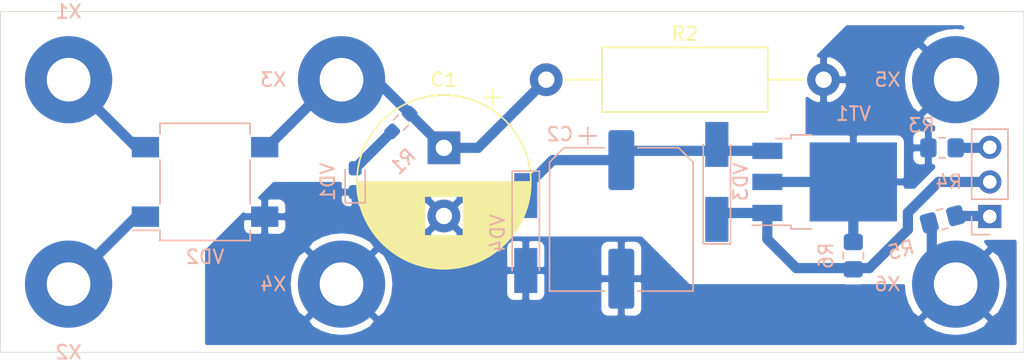
<source format=kicad_pcb>
(kicad_pcb (version 20171130) (host pcbnew 5.1.9+dfsg1-1)

  (general
    (thickness 1.6)
    (drawings 4)
    (tracks 37)
    (zones 0)
    (modules 19)
    (nets 11)
  )

  (page A4)
  (title_block
    (title "Gutubha Linear Shunt Regulator")
    (date 2022-02-25)
    (company "Ivan Shmakov")
    (comment 1 "CC BY-SA 3.0+")
  )

  (layers
    (0 F.Cu signal)
    (31 B.Cu signal)
    (32 B.Adhes user hide)
    (33 F.Adhes user hide)
    (34 B.Paste user hide)
    (35 F.Paste user hide)
    (36 B.SilkS user)
    (37 F.SilkS user)
    (38 B.Mask user hide)
    (39 F.Mask user hide)
    (40 Dwgs.User user)
    (41 Cmts.User user)
    (42 Eco1.User user)
    (43 Eco2.User user)
    (44 Edge.Cuts user)
    (45 Margin user hide)
    (46 B.CrtYd user)
    (47 F.CrtYd user)
    (48 B.Fab user hide)
    (49 F.Fab user hide)
  )

  (setup
    (last_trace_width 0.75)
    (trace_clearance 0.4)
    (zone_clearance 0.508)
    (zone_45_only no)
    (trace_min 0.2)
    (via_size 1.5)
    (via_drill 0.8)
    (via_min_size 0.4)
    (via_min_drill 0.3)
    (uvia_size 0.3)
    (uvia_drill 0.1)
    (uvias_allowed no)
    (uvia_min_size 0.2)
    (uvia_min_drill 0.1)
    (edge_width 0.05)
    (segment_width 0.2)
    (pcb_text_width 0.3)
    (pcb_text_size 1.5 1.5)
    (mod_edge_width 0.12)
    (mod_text_size 1 1)
    (mod_text_width 0.15)
    (pad_size 1.524 1.524)
    (pad_drill 0.762)
    (pad_to_mask_clearance 0)
    (aux_axis_origin 0 0)
    (visible_elements FFFFFF7F)
    (pcbplotparams
      (layerselection 0x010fc_ffffffff)
      (usegerberextensions false)
      (usegerberattributes true)
      (usegerberadvancedattributes true)
      (creategerberjobfile true)
      (excludeedgelayer true)
      (linewidth 0.100000)
      (plotframeref false)
      (viasonmask false)
      (mode 1)
      (useauxorigin false)
      (hpglpennumber 1)
      (hpglpenspeed 20)
      (hpglpendiameter 15.000000)
      (psnegative false)
      (psa4output false)
      (plotreference true)
      (plotvalue true)
      (plotinvisibletext false)
      (padsonsilk false)
      (subtractmaskfromsilk false)
      (outputformat 1)
      (mirror false)
      (drillshape 1)
      (scaleselection 1)
      (outputdirectory ""))
  )

  (net 0 "")
  (net 1 "Net-(C1-Pad1)")
  (net 2 /COM)
  (net 3 "Net-(C2-Pad1)")
  (net 4 "Net-(R1-Pad1)")
  (net 5 /VOUT)
  (net 6 "Net-(R3-Pad1)")
  (net 7 "Net-(R4-Pad1)")
  (net 8 "Net-(R4-Pad2)")
  (net 9 "Net-(VD2-Pad1)")
  (net 10 "Net-(VD2-Pad2)")

  (net_class Default "This is the default net class."
    (clearance 0.4)
    (trace_width 0.75)
    (via_dia 1.5)
    (via_drill 0.8)
    (uvia_dia 0.3)
    (uvia_drill 0.1)
    (add_net /COM)
    (add_net /VOUT)
    (add_net "Net-(C1-Pad1)")
    (add_net "Net-(C2-Pad1)")
    (add_net "Net-(R1-Pad1)")
    (add_net "Net-(R3-Pad1)")
    (add_net "Net-(R4-Pad1)")
    (add_net "Net-(R4-Pad2)")
    (add_net "Net-(VD2-Pad1)")
    (add_net "Net-(VD2-Pad2)")
  )

  (module Capacitor_SMD:CP_Elec_10x12.6 (layer B.Cu) (tedit 5BCA39D1) (tstamp 621860A0)
    (at 95.5 65.25 270)
    (descr "SMD capacitor, aluminum electrolytic, Panasonic F12, 10.0x12.6mm")
    (tags "capacitor electrolytic")
    (path /61E87284)
    (attr smd)
    (fp_text reference C2 (at -6.25 4.5 180) (layer B.SilkS)
      (effects (font (size 1 1) (thickness 0.15)) (justify mirror))
    )
    (fp_text value 330 (at 0 -5.2 90) (layer B.Fab)
      (effects (font (size 1 1) (thickness 0.15)) (justify mirror))
    )
    (fp_text user %R (at 0 0 90) (layer B.Fab)
      (effects (font (size 1 1) (thickness 0.15)) (justify mirror))
    )
    (fp_circle (center 0 0) (end 5 0) (layer B.Fab) (width 0.1))
    (fp_line (start 5.15 5.15) (end 5.15 -5.15) (layer B.Fab) (width 0.1))
    (fp_line (start -4.15 5.15) (end 5.15 5.15) (layer B.Fab) (width 0.1))
    (fp_line (start -4.15 -5.15) (end 5.15 -5.15) (layer B.Fab) (width 0.1))
    (fp_line (start -5.15 4.15) (end -5.15 -4.15) (layer B.Fab) (width 0.1))
    (fp_line (start -5.15 4.15) (end -4.15 5.15) (layer B.Fab) (width 0.1))
    (fp_line (start -5.15 -4.15) (end -4.15 -5.15) (layer B.Fab) (width 0.1))
    (fp_line (start -4.558325 1.7) (end -3.558325 1.7) (layer B.Fab) (width 0.1))
    (fp_line (start -4.058325 2.2) (end -4.058325 1.2) (layer B.Fab) (width 0.1))
    (fp_line (start 5.26 -5.26) (end 5.26 -1.21) (layer B.SilkS) (width 0.12))
    (fp_line (start 5.26 5.26) (end 5.26 1.21) (layer B.SilkS) (width 0.12))
    (fp_line (start -4.195563 5.26) (end 5.26 5.26) (layer B.SilkS) (width 0.12))
    (fp_line (start -4.195563 -5.26) (end 5.26 -5.26) (layer B.SilkS) (width 0.12))
    (fp_line (start -5.26 -4.195563) (end -5.26 -1.21) (layer B.SilkS) (width 0.12))
    (fp_line (start -5.26 4.195563) (end -5.26 1.21) (layer B.SilkS) (width 0.12))
    (fp_line (start -5.26 4.195563) (end -4.195563 5.26) (layer B.SilkS) (width 0.12))
    (fp_line (start -5.26 -4.195563) (end -4.195563 -5.26) (layer B.SilkS) (width 0.12))
    (fp_line (start -6.75 2.46) (end -5.5 2.46) (layer B.SilkS) (width 0.12))
    (fp_line (start -6.125 3.085) (end -6.125 1.835) (layer B.SilkS) (width 0.12))
    (fp_line (start 5.4 5.4) (end 5.4 1.2) (layer B.CrtYd) (width 0.05))
    (fp_line (start 5.4 1.2) (end 6.8 1.2) (layer B.CrtYd) (width 0.05))
    (fp_line (start 6.8 1.2) (end 6.8 -1.2) (layer B.CrtYd) (width 0.05))
    (fp_line (start 6.8 -1.2) (end 5.4 -1.2) (layer B.CrtYd) (width 0.05))
    (fp_line (start 5.4 -1.2) (end 5.4 -5.4) (layer B.CrtYd) (width 0.05))
    (fp_line (start -4.25 -5.4) (end 5.4 -5.4) (layer B.CrtYd) (width 0.05))
    (fp_line (start -4.25 5.4) (end 5.4 5.4) (layer B.CrtYd) (width 0.05))
    (fp_line (start -5.4 -4.25) (end -4.25 -5.4) (layer B.CrtYd) (width 0.05))
    (fp_line (start -5.4 4.25) (end -4.25 5.4) (layer B.CrtYd) (width 0.05))
    (fp_line (start -5.4 4.25) (end -5.4 1.2) (layer B.CrtYd) (width 0.05))
    (fp_line (start -5.4 -1.2) (end -5.4 -4.25) (layer B.CrtYd) (width 0.05))
    (fp_line (start -5.4 1.2) (end -6.8 1.2) (layer B.CrtYd) (width 0.05))
    (fp_line (start -6.8 1.2) (end -6.8 -1.2) (layer B.CrtYd) (width 0.05))
    (fp_line (start -6.8 -1.2) (end -5.4 -1.2) (layer B.CrtYd) (width 0.05))
    (pad 2 smd roundrect (at 4.35 0 270) (size 4.4 1.9) (layers B.Cu B.Paste B.Mask) (roundrect_rratio 0.131579)
      (net 2 /COM))
    (pad 1 smd roundrect (at -4.35 0 270) (size 4.4 1.9) (layers B.Cu B.Paste B.Mask) (roundrect_rratio 0.131579)
      (net 3 "Net-(C2-Pad1)"))
    (model ${KICAD6_3DMODEL_DIR}/Capacitor_SMD.3dshapes/CP_Elec_10x12.6.wrl
      (at (xyz 0 0 0))
      (scale (xyz 1 1 1))
      (rotate (xyz 0 0 0))
    )
  )

  (module Capacitor_THT:CP_Radial_D12.5mm_P5.00mm (layer F.Cu) (tedit 5AE50EF1) (tstamp 620F7CC9)
    (at 82.5 60 270)
    (descr "CP, Radial series, Radial, pin pitch=5.00mm, , diameter=12.5mm, Electrolytic Capacitor")
    (tags "CP Radial series Radial pin pitch 5.00mm  diameter 12.5mm Electrolytic Capacitor")
    (path /61ED16A3)
    (fp_text reference C1 (at -5 0 180) (layer F.SilkS)
      (effects (font (size 1 1) (thickness 0.15)))
    )
    (fp_text value 47 (at 2.5 7.5 90) (layer F.Fab)
      (effects (font (size 1 1) (thickness 0.15)))
    )
    (fp_line (start -3.692082 -4.2) (end -3.692082 -2.95) (layer F.SilkS) (width 0.12))
    (fp_line (start -4.317082 -3.575) (end -3.067082 -3.575) (layer F.SilkS) (width 0.12))
    (fp_line (start 8.861 -0.317) (end 8.861 0.317) (layer F.SilkS) (width 0.12))
    (fp_line (start 8.821 -0.757) (end 8.821 0.757) (layer F.SilkS) (width 0.12))
    (fp_line (start 8.781 -1.028) (end 8.781 1.028) (layer F.SilkS) (width 0.12))
    (fp_line (start 8.741 -1.241) (end 8.741 1.241) (layer F.SilkS) (width 0.12))
    (fp_line (start 8.701 -1.422) (end 8.701 1.422) (layer F.SilkS) (width 0.12))
    (fp_line (start 8.661 -1.583) (end 8.661 1.583) (layer F.SilkS) (width 0.12))
    (fp_line (start 8.621 -1.728) (end 8.621 1.728) (layer F.SilkS) (width 0.12))
    (fp_line (start 8.581 -1.861) (end 8.581 1.861) (layer F.SilkS) (width 0.12))
    (fp_line (start 8.541 -1.984) (end 8.541 1.984) (layer F.SilkS) (width 0.12))
    (fp_line (start 8.501 -2.1) (end 8.501 2.1) (layer F.SilkS) (width 0.12))
    (fp_line (start 8.461 -2.209) (end 8.461 2.209) (layer F.SilkS) (width 0.12))
    (fp_line (start 8.421 -2.312) (end 8.421 2.312) (layer F.SilkS) (width 0.12))
    (fp_line (start 8.381 -2.41) (end 8.381 2.41) (layer F.SilkS) (width 0.12))
    (fp_line (start 8.341 -2.504) (end 8.341 2.504) (layer F.SilkS) (width 0.12))
    (fp_line (start 8.301 -2.594) (end 8.301 2.594) (layer F.SilkS) (width 0.12))
    (fp_line (start 8.261 -2.681) (end 8.261 2.681) (layer F.SilkS) (width 0.12))
    (fp_line (start 8.221 -2.764) (end 8.221 2.764) (layer F.SilkS) (width 0.12))
    (fp_line (start 8.181 -2.844) (end 8.181 2.844) (layer F.SilkS) (width 0.12))
    (fp_line (start 8.141 -2.921) (end 8.141 2.921) (layer F.SilkS) (width 0.12))
    (fp_line (start 8.101 -2.996) (end 8.101 2.996) (layer F.SilkS) (width 0.12))
    (fp_line (start 8.061 -3.069) (end 8.061 3.069) (layer F.SilkS) (width 0.12))
    (fp_line (start 8.021 -3.14) (end 8.021 3.14) (layer F.SilkS) (width 0.12))
    (fp_line (start 7.981 -3.208) (end 7.981 3.208) (layer F.SilkS) (width 0.12))
    (fp_line (start 7.941 -3.275) (end 7.941 3.275) (layer F.SilkS) (width 0.12))
    (fp_line (start 7.901 -3.339) (end 7.901 3.339) (layer F.SilkS) (width 0.12))
    (fp_line (start 7.861 -3.402) (end 7.861 3.402) (layer F.SilkS) (width 0.12))
    (fp_line (start 7.821 -3.464) (end 7.821 3.464) (layer F.SilkS) (width 0.12))
    (fp_line (start 7.781 -3.524) (end 7.781 3.524) (layer F.SilkS) (width 0.12))
    (fp_line (start 7.741 -3.583) (end 7.741 3.583) (layer F.SilkS) (width 0.12))
    (fp_line (start 7.701 -3.64) (end 7.701 3.64) (layer F.SilkS) (width 0.12))
    (fp_line (start 7.661 -3.696) (end 7.661 3.696) (layer F.SilkS) (width 0.12))
    (fp_line (start 7.621 -3.75) (end 7.621 3.75) (layer F.SilkS) (width 0.12))
    (fp_line (start 7.581 -3.804) (end 7.581 3.804) (layer F.SilkS) (width 0.12))
    (fp_line (start 7.541 -3.856) (end 7.541 3.856) (layer F.SilkS) (width 0.12))
    (fp_line (start 7.501 -3.907) (end 7.501 3.907) (layer F.SilkS) (width 0.12))
    (fp_line (start 7.461 -3.957) (end 7.461 3.957) (layer F.SilkS) (width 0.12))
    (fp_line (start 7.421 -4.007) (end 7.421 4.007) (layer F.SilkS) (width 0.12))
    (fp_line (start 7.381 -4.055) (end 7.381 4.055) (layer F.SilkS) (width 0.12))
    (fp_line (start 7.341 -4.102) (end 7.341 4.102) (layer F.SilkS) (width 0.12))
    (fp_line (start 7.301 -4.148) (end 7.301 4.148) (layer F.SilkS) (width 0.12))
    (fp_line (start 7.261 -4.194) (end 7.261 4.194) (layer F.SilkS) (width 0.12))
    (fp_line (start 7.221 -4.238) (end 7.221 4.238) (layer F.SilkS) (width 0.12))
    (fp_line (start 7.181 -4.282) (end 7.181 4.282) (layer F.SilkS) (width 0.12))
    (fp_line (start 7.141 -4.325) (end 7.141 4.325) (layer F.SilkS) (width 0.12))
    (fp_line (start 7.101 -4.367) (end 7.101 4.367) (layer F.SilkS) (width 0.12))
    (fp_line (start 7.061 -4.408) (end 7.061 4.408) (layer F.SilkS) (width 0.12))
    (fp_line (start 7.021 -4.449) (end 7.021 4.449) (layer F.SilkS) (width 0.12))
    (fp_line (start 6.981 -4.489) (end 6.981 4.489) (layer F.SilkS) (width 0.12))
    (fp_line (start 6.941 -4.528) (end 6.941 4.528) (layer F.SilkS) (width 0.12))
    (fp_line (start 6.901 -4.567) (end 6.901 4.567) (layer F.SilkS) (width 0.12))
    (fp_line (start 6.861 -4.605) (end 6.861 4.605) (layer F.SilkS) (width 0.12))
    (fp_line (start 6.821 -4.642) (end 6.821 4.642) (layer F.SilkS) (width 0.12))
    (fp_line (start 6.781 -4.678) (end 6.781 4.678) (layer F.SilkS) (width 0.12))
    (fp_line (start 6.741 -4.714) (end 6.741 4.714) (layer F.SilkS) (width 0.12))
    (fp_line (start 6.701 -4.75) (end 6.701 4.75) (layer F.SilkS) (width 0.12))
    (fp_line (start 6.661 -4.785) (end 6.661 4.785) (layer F.SilkS) (width 0.12))
    (fp_line (start 6.621 -4.819) (end 6.621 4.819) (layer F.SilkS) (width 0.12))
    (fp_line (start 6.581 -4.852) (end 6.581 4.852) (layer F.SilkS) (width 0.12))
    (fp_line (start 6.541 -4.885) (end 6.541 4.885) (layer F.SilkS) (width 0.12))
    (fp_line (start 6.501 -4.918) (end 6.501 4.918) (layer F.SilkS) (width 0.12))
    (fp_line (start 6.461 -4.95) (end 6.461 4.95) (layer F.SilkS) (width 0.12))
    (fp_line (start 6.421 1.44) (end 6.421 4.982) (layer F.SilkS) (width 0.12))
    (fp_line (start 6.421 -4.982) (end 6.421 -1.44) (layer F.SilkS) (width 0.12))
    (fp_line (start 6.381 1.44) (end 6.381 5.012) (layer F.SilkS) (width 0.12))
    (fp_line (start 6.381 -5.012) (end 6.381 -1.44) (layer F.SilkS) (width 0.12))
    (fp_line (start 6.341 1.44) (end 6.341 5.043) (layer F.SilkS) (width 0.12))
    (fp_line (start 6.341 -5.043) (end 6.341 -1.44) (layer F.SilkS) (width 0.12))
    (fp_line (start 6.301 1.44) (end 6.301 5.073) (layer F.SilkS) (width 0.12))
    (fp_line (start 6.301 -5.073) (end 6.301 -1.44) (layer F.SilkS) (width 0.12))
    (fp_line (start 6.261 1.44) (end 6.261 5.102) (layer F.SilkS) (width 0.12))
    (fp_line (start 6.261 -5.102) (end 6.261 -1.44) (layer F.SilkS) (width 0.12))
    (fp_line (start 6.221 1.44) (end 6.221 5.131) (layer F.SilkS) (width 0.12))
    (fp_line (start 6.221 -5.131) (end 6.221 -1.44) (layer F.SilkS) (width 0.12))
    (fp_line (start 6.181 1.44) (end 6.181 5.16) (layer F.SilkS) (width 0.12))
    (fp_line (start 6.181 -5.16) (end 6.181 -1.44) (layer F.SilkS) (width 0.12))
    (fp_line (start 6.141 1.44) (end 6.141 5.188) (layer F.SilkS) (width 0.12))
    (fp_line (start 6.141 -5.188) (end 6.141 -1.44) (layer F.SilkS) (width 0.12))
    (fp_line (start 6.101 1.44) (end 6.101 5.216) (layer F.SilkS) (width 0.12))
    (fp_line (start 6.101 -5.216) (end 6.101 -1.44) (layer F.SilkS) (width 0.12))
    (fp_line (start 6.061 1.44) (end 6.061 5.243) (layer F.SilkS) (width 0.12))
    (fp_line (start 6.061 -5.243) (end 6.061 -1.44) (layer F.SilkS) (width 0.12))
    (fp_line (start 6.021 1.44) (end 6.021 5.27) (layer F.SilkS) (width 0.12))
    (fp_line (start 6.021 -5.27) (end 6.021 -1.44) (layer F.SilkS) (width 0.12))
    (fp_line (start 5.981 1.44) (end 5.981 5.296) (layer F.SilkS) (width 0.12))
    (fp_line (start 5.981 -5.296) (end 5.981 -1.44) (layer F.SilkS) (width 0.12))
    (fp_line (start 5.941 1.44) (end 5.941 5.322) (layer F.SilkS) (width 0.12))
    (fp_line (start 5.941 -5.322) (end 5.941 -1.44) (layer F.SilkS) (width 0.12))
    (fp_line (start 5.901 1.44) (end 5.901 5.347) (layer F.SilkS) (width 0.12))
    (fp_line (start 5.901 -5.347) (end 5.901 -1.44) (layer F.SilkS) (width 0.12))
    (fp_line (start 5.861 1.44) (end 5.861 5.372) (layer F.SilkS) (width 0.12))
    (fp_line (start 5.861 -5.372) (end 5.861 -1.44) (layer F.SilkS) (width 0.12))
    (fp_line (start 5.821 1.44) (end 5.821 5.397) (layer F.SilkS) (width 0.12))
    (fp_line (start 5.821 -5.397) (end 5.821 -1.44) (layer F.SilkS) (width 0.12))
    (fp_line (start 5.781 1.44) (end 5.781 5.421) (layer F.SilkS) (width 0.12))
    (fp_line (start 5.781 -5.421) (end 5.781 -1.44) (layer F.SilkS) (width 0.12))
    (fp_line (start 5.741 1.44) (end 5.741 5.445) (layer F.SilkS) (width 0.12))
    (fp_line (start 5.741 -5.445) (end 5.741 -1.44) (layer F.SilkS) (width 0.12))
    (fp_line (start 5.701 1.44) (end 5.701 5.468) (layer F.SilkS) (width 0.12))
    (fp_line (start 5.701 -5.468) (end 5.701 -1.44) (layer F.SilkS) (width 0.12))
    (fp_line (start 5.661 1.44) (end 5.661 5.491) (layer F.SilkS) (width 0.12))
    (fp_line (start 5.661 -5.491) (end 5.661 -1.44) (layer F.SilkS) (width 0.12))
    (fp_line (start 5.621 1.44) (end 5.621 5.514) (layer F.SilkS) (width 0.12))
    (fp_line (start 5.621 -5.514) (end 5.621 -1.44) (layer F.SilkS) (width 0.12))
    (fp_line (start 5.581 1.44) (end 5.581 5.536) (layer F.SilkS) (width 0.12))
    (fp_line (start 5.581 -5.536) (end 5.581 -1.44) (layer F.SilkS) (width 0.12))
    (fp_line (start 5.541 1.44) (end 5.541 5.558) (layer F.SilkS) (width 0.12))
    (fp_line (start 5.541 -5.558) (end 5.541 -1.44) (layer F.SilkS) (width 0.12))
    (fp_line (start 5.501 1.44) (end 5.501 5.58) (layer F.SilkS) (width 0.12))
    (fp_line (start 5.501 -5.58) (end 5.501 -1.44) (layer F.SilkS) (width 0.12))
    (fp_line (start 5.461 1.44) (end 5.461 5.601) (layer F.SilkS) (width 0.12))
    (fp_line (start 5.461 -5.601) (end 5.461 -1.44) (layer F.SilkS) (width 0.12))
    (fp_line (start 5.421 1.44) (end 5.421 5.622) (layer F.SilkS) (width 0.12))
    (fp_line (start 5.421 -5.622) (end 5.421 -1.44) (layer F.SilkS) (width 0.12))
    (fp_line (start 5.381 1.44) (end 5.381 5.642) (layer F.SilkS) (width 0.12))
    (fp_line (start 5.381 -5.642) (end 5.381 -1.44) (layer F.SilkS) (width 0.12))
    (fp_line (start 5.341 1.44) (end 5.341 5.662) (layer F.SilkS) (width 0.12))
    (fp_line (start 5.341 -5.662) (end 5.341 -1.44) (layer F.SilkS) (width 0.12))
    (fp_line (start 5.301 1.44) (end 5.301 5.682) (layer F.SilkS) (width 0.12))
    (fp_line (start 5.301 -5.682) (end 5.301 -1.44) (layer F.SilkS) (width 0.12))
    (fp_line (start 5.261 1.44) (end 5.261 5.702) (layer F.SilkS) (width 0.12))
    (fp_line (start 5.261 -5.702) (end 5.261 -1.44) (layer F.SilkS) (width 0.12))
    (fp_line (start 5.221 1.44) (end 5.221 5.721) (layer F.SilkS) (width 0.12))
    (fp_line (start 5.221 -5.721) (end 5.221 -1.44) (layer F.SilkS) (width 0.12))
    (fp_line (start 5.181 1.44) (end 5.181 5.739) (layer F.SilkS) (width 0.12))
    (fp_line (start 5.181 -5.739) (end 5.181 -1.44) (layer F.SilkS) (width 0.12))
    (fp_line (start 5.141 1.44) (end 5.141 5.758) (layer F.SilkS) (width 0.12))
    (fp_line (start 5.141 -5.758) (end 5.141 -1.44) (layer F.SilkS) (width 0.12))
    (fp_line (start 5.101 1.44) (end 5.101 5.776) (layer F.SilkS) (width 0.12))
    (fp_line (start 5.101 -5.776) (end 5.101 -1.44) (layer F.SilkS) (width 0.12))
    (fp_line (start 5.061 1.44) (end 5.061 5.793) (layer F.SilkS) (width 0.12))
    (fp_line (start 5.061 -5.793) (end 5.061 -1.44) (layer F.SilkS) (width 0.12))
    (fp_line (start 5.021 1.44) (end 5.021 5.811) (layer F.SilkS) (width 0.12))
    (fp_line (start 5.021 -5.811) (end 5.021 -1.44) (layer F.SilkS) (width 0.12))
    (fp_line (start 4.981 1.44) (end 4.981 5.828) (layer F.SilkS) (width 0.12))
    (fp_line (start 4.981 -5.828) (end 4.981 -1.44) (layer F.SilkS) (width 0.12))
    (fp_line (start 4.941 1.44) (end 4.941 5.845) (layer F.SilkS) (width 0.12))
    (fp_line (start 4.941 -5.845) (end 4.941 -1.44) (layer F.SilkS) (width 0.12))
    (fp_line (start 4.901 1.44) (end 4.901 5.861) (layer F.SilkS) (width 0.12))
    (fp_line (start 4.901 -5.861) (end 4.901 -1.44) (layer F.SilkS) (width 0.12))
    (fp_line (start 4.861 1.44) (end 4.861 5.877) (layer F.SilkS) (width 0.12))
    (fp_line (start 4.861 -5.877) (end 4.861 -1.44) (layer F.SilkS) (width 0.12))
    (fp_line (start 4.821 1.44) (end 4.821 5.893) (layer F.SilkS) (width 0.12))
    (fp_line (start 4.821 -5.893) (end 4.821 -1.44) (layer F.SilkS) (width 0.12))
    (fp_line (start 4.781 1.44) (end 4.781 5.908) (layer F.SilkS) (width 0.12))
    (fp_line (start 4.781 -5.908) (end 4.781 -1.44) (layer F.SilkS) (width 0.12))
    (fp_line (start 4.741 1.44) (end 4.741 5.924) (layer F.SilkS) (width 0.12))
    (fp_line (start 4.741 -5.924) (end 4.741 -1.44) (layer F.SilkS) (width 0.12))
    (fp_line (start 4.701 1.44) (end 4.701 5.939) (layer F.SilkS) (width 0.12))
    (fp_line (start 4.701 -5.939) (end 4.701 -1.44) (layer F.SilkS) (width 0.12))
    (fp_line (start 4.661 1.44) (end 4.661 5.953) (layer F.SilkS) (width 0.12))
    (fp_line (start 4.661 -5.953) (end 4.661 -1.44) (layer F.SilkS) (width 0.12))
    (fp_line (start 4.621 1.44) (end 4.621 5.967) (layer F.SilkS) (width 0.12))
    (fp_line (start 4.621 -5.967) (end 4.621 -1.44) (layer F.SilkS) (width 0.12))
    (fp_line (start 4.581 1.44) (end 4.581 5.981) (layer F.SilkS) (width 0.12))
    (fp_line (start 4.581 -5.981) (end 4.581 -1.44) (layer F.SilkS) (width 0.12))
    (fp_line (start 4.541 1.44) (end 4.541 5.995) (layer F.SilkS) (width 0.12))
    (fp_line (start 4.541 -5.995) (end 4.541 -1.44) (layer F.SilkS) (width 0.12))
    (fp_line (start 4.501 1.44) (end 4.501 6.008) (layer F.SilkS) (width 0.12))
    (fp_line (start 4.501 -6.008) (end 4.501 -1.44) (layer F.SilkS) (width 0.12))
    (fp_line (start 4.461 1.44) (end 4.461 6.021) (layer F.SilkS) (width 0.12))
    (fp_line (start 4.461 -6.021) (end 4.461 -1.44) (layer F.SilkS) (width 0.12))
    (fp_line (start 4.421 1.44) (end 4.421 6.034) (layer F.SilkS) (width 0.12))
    (fp_line (start 4.421 -6.034) (end 4.421 -1.44) (layer F.SilkS) (width 0.12))
    (fp_line (start 4.381 1.44) (end 4.381 6.047) (layer F.SilkS) (width 0.12))
    (fp_line (start 4.381 -6.047) (end 4.381 -1.44) (layer F.SilkS) (width 0.12))
    (fp_line (start 4.341 1.44) (end 4.341 6.059) (layer F.SilkS) (width 0.12))
    (fp_line (start 4.341 -6.059) (end 4.341 -1.44) (layer F.SilkS) (width 0.12))
    (fp_line (start 4.301 1.44) (end 4.301 6.071) (layer F.SilkS) (width 0.12))
    (fp_line (start 4.301 -6.071) (end 4.301 -1.44) (layer F.SilkS) (width 0.12))
    (fp_line (start 4.261 1.44) (end 4.261 6.083) (layer F.SilkS) (width 0.12))
    (fp_line (start 4.261 -6.083) (end 4.261 -1.44) (layer F.SilkS) (width 0.12))
    (fp_line (start 4.221 1.44) (end 4.221 6.094) (layer F.SilkS) (width 0.12))
    (fp_line (start 4.221 -6.094) (end 4.221 -1.44) (layer F.SilkS) (width 0.12))
    (fp_line (start 4.181 1.44) (end 4.181 6.105) (layer F.SilkS) (width 0.12))
    (fp_line (start 4.181 -6.105) (end 4.181 -1.44) (layer F.SilkS) (width 0.12))
    (fp_line (start 4.141 1.44) (end 4.141 6.116) (layer F.SilkS) (width 0.12))
    (fp_line (start 4.141 -6.116) (end 4.141 -1.44) (layer F.SilkS) (width 0.12))
    (fp_line (start 4.101 1.44) (end 4.101 6.126) (layer F.SilkS) (width 0.12))
    (fp_line (start 4.101 -6.126) (end 4.101 -1.44) (layer F.SilkS) (width 0.12))
    (fp_line (start 4.061 1.44) (end 4.061 6.137) (layer F.SilkS) (width 0.12))
    (fp_line (start 4.061 -6.137) (end 4.061 -1.44) (layer F.SilkS) (width 0.12))
    (fp_line (start 4.021 1.44) (end 4.021 6.146) (layer F.SilkS) (width 0.12))
    (fp_line (start 4.021 -6.146) (end 4.021 -1.44) (layer F.SilkS) (width 0.12))
    (fp_line (start 3.981 1.44) (end 3.981 6.156) (layer F.SilkS) (width 0.12))
    (fp_line (start 3.981 -6.156) (end 3.981 -1.44) (layer F.SilkS) (width 0.12))
    (fp_line (start 3.941 1.44) (end 3.941 6.166) (layer F.SilkS) (width 0.12))
    (fp_line (start 3.941 -6.166) (end 3.941 -1.44) (layer F.SilkS) (width 0.12))
    (fp_line (start 3.901 1.44) (end 3.901 6.175) (layer F.SilkS) (width 0.12))
    (fp_line (start 3.901 -6.175) (end 3.901 -1.44) (layer F.SilkS) (width 0.12))
    (fp_line (start 3.861 1.44) (end 3.861 6.184) (layer F.SilkS) (width 0.12))
    (fp_line (start 3.861 -6.184) (end 3.861 -1.44) (layer F.SilkS) (width 0.12))
    (fp_line (start 3.821 1.44) (end 3.821 6.192) (layer F.SilkS) (width 0.12))
    (fp_line (start 3.821 -6.192) (end 3.821 -1.44) (layer F.SilkS) (width 0.12))
    (fp_line (start 3.781 1.44) (end 3.781 6.201) (layer F.SilkS) (width 0.12))
    (fp_line (start 3.781 -6.201) (end 3.781 -1.44) (layer F.SilkS) (width 0.12))
    (fp_line (start 3.741 1.44) (end 3.741 6.209) (layer F.SilkS) (width 0.12))
    (fp_line (start 3.741 -6.209) (end 3.741 -1.44) (layer F.SilkS) (width 0.12))
    (fp_line (start 3.701 1.44) (end 3.701 6.216) (layer F.SilkS) (width 0.12))
    (fp_line (start 3.701 -6.216) (end 3.701 -1.44) (layer F.SilkS) (width 0.12))
    (fp_line (start 3.661 1.44) (end 3.661 6.224) (layer F.SilkS) (width 0.12))
    (fp_line (start 3.661 -6.224) (end 3.661 -1.44) (layer F.SilkS) (width 0.12))
    (fp_line (start 3.621 1.44) (end 3.621 6.231) (layer F.SilkS) (width 0.12))
    (fp_line (start 3.621 -6.231) (end 3.621 -1.44) (layer F.SilkS) (width 0.12))
    (fp_line (start 3.581 1.44) (end 3.581 6.238) (layer F.SilkS) (width 0.12))
    (fp_line (start 3.581 -6.238) (end 3.581 -1.44) (layer F.SilkS) (width 0.12))
    (fp_line (start 3.541 -6.245) (end 3.541 6.245) (layer F.SilkS) (width 0.12))
    (fp_line (start 3.501 -6.252) (end 3.501 6.252) (layer F.SilkS) (width 0.12))
    (fp_line (start 3.461 -6.258) (end 3.461 6.258) (layer F.SilkS) (width 0.12))
    (fp_line (start 3.421 -6.264) (end 3.421 6.264) (layer F.SilkS) (width 0.12))
    (fp_line (start 3.381 -6.269) (end 3.381 6.269) (layer F.SilkS) (width 0.12))
    (fp_line (start 3.341 -6.275) (end 3.341 6.275) (layer F.SilkS) (width 0.12))
    (fp_line (start 3.301 -6.28) (end 3.301 6.28) (layer F.SilkS) (width 0.12))
    (fp_line (start 3.261 -6.285) (end 3.261 6.285) (layer F.SilkS) (width 0.12))
    (fp_line (start 3.221 -6.29) (end 3.221 6.29) (layer F.SilkS) (width 0.12))
    (fp_line (start 3.18 -6.294) (end 3.18 6.294) (layer F.SilkS) (width 0.12))
    (fp_line (start 3.14 -6.298) (end 3.14 6.298) (layer F.SilkS) (width 0.12))
    (fp_line (start 3.1 -6.302) (end 3.1 6.302) (layer F.SilkS) (width 0.12))
    (fp_line (start 3.06 -6.306) (end 3.06 6.306) (layer F.SilkS) (width 0.12))
    (fp_line (start 3.02 -6.309) (end 3.02 6.309) (layer F.SilkS) (width 0.12))
    (fp_line (start 2.98 -6.312) (end 2.98 6.312) (layer F.SilkS) (width 0.12))
    (fp_line (start 2.94 -6.315) (end 2.94 6.315) (layer F.SilkS) (width 0.12))
    (fp_line (start 2.9 -6.318) (end 2.9 6.318) (layer F.SilkS) (width 0.12))
    (fp_line (start 2.86 -6.32) (end 2.86 6.32) (layer F.SilkS) (width 0.12))
    (fp_line (start 2.82 -6.322) (end 2.82 6.322) (layer F.SilkS) (width 0.12))
    (fp_line (start 2.78 -6.324) (end 2.78 6.324) (layer F.SilkS) (width 0.12))
    (fp_line (start 2.74 -6.326) (end 2.74 6.326) (layer F.SilkS) (width 0.12))
    (fp_line (start 2.7 -6.327) (end 2.7 6.327) (layer F.SilkS) (width 0.12))
    (fp_line (start 2.66 -6.328) (end 2.66 6.328) (layer F.SilkS) (width 0.12))
    (fp_line (start 2.62 -6.329) (end 2.62 6.329) (layer F.SilkS) (width 0.12))
    (fp_line (start 2.58 -6.33) (end 2.58 6.33) (layer F.SilkS) (width 0.12))
    (fp_line (start 2.54 -6.33) (end 2.54 6.33) (layer F.SilkS) (width 0.12))
    (fp_line (start 2.5 -6.33) (end 2.5 6.33) (layer F.SilkS) (width 0.12))
    (fp_line (start -2.241489 -3.3625) (end -2.241489 -2.1125) (layer F.Fab) (width 0.1))
    (fp_line (start -2.866489 -2.7375) (end -1.616489 -2.7375) (layer F.Fab) (width 0.1))
    (fp_circle (center 2.5 0) (end 9 0) (layer F.CrtYd) (width 0.05))
    (fp_circle (center 2.5 0) (end 8.87 0) (layer F.SilkS) (width 0.12))
    (fp_circle (center 2.5 0) (end 8.75 0) (layer F.Fab) (width 0.1))
    (fp_text user %R (at 2.5 0 90) (layer F.Fab)
      (effects (font (size 1 1) (thickness 0.15)))
    )
    (pad 1 thru_hole rect (at 0 0 270) (size 2.4 2.4) (drill 1.2) (layers *.Cu *.Mask)
      (net 1 "Net-(C1-Pad1)"))
    (pad 2 thru_hole circle (at 5 0 270) (size 2.4 2.4) (drill 1.2) (layers *.Cu *.Mask)
      (net 2 /COM))
    (model ${KICAD6_3DMODEL_DIR}/Capacitor_THT.3dshapes/CP_Radial_D12.5mm_P5.00mm.wrl
      (at (xyz 0 0 0))
      (scale (xyz 1 1 1))
      (rotate (xyz 0 0 0))
    )
  )

  (module Resistor_SMD:R_0603_1608Metric_Pad0.98x0.95mm_HandSolder (layer B.Cu) (tedit 5F68FEEE) (tstamp 620F53B6)
    (at 79.354765 58.145235 45)
    (descr "Resistor SMD 0603 (1608 Metric), square (rectangular) end terminal, IPC_7351 nominal with elongated pad for handsoldering. (Body size source: IPC-SM-782 page 72, https://www.pcb-3d.com/wordpress/wp-content/uploads/ipc-sm-782a_amendment_1_and_2.pdf), generated with kicad-footprint-generator")
    (tags "resistor handsolder")
    (path /61FE73DB)
    (attr smd)
    (fp_text reference R1 (at -1.915927 2.12132 45) (layer B.SilkS)
      (effects (font (size 1 1) (thickness 0.15)) (justify mirror))
    )
    (fp_text value "10 k" (at 0 -1.43 45) (layer B.Fab)
      (effects (font (size 1 1) (thickness 0.15)) (justify mirror))
    )
    (fp_line (start 1.65 -0.73) (end -1.65 -0.73) (layer B.CrtYd) (width 0.05))
    (fp_line (start 1.65 0.73) (end 1.65 -0.73) (layer B.CrtYd) (width 0.05))
    (fp_line (start -1.65 0.73) (end 1.65 0.73) (layer B.CrtYd) (width 0.05))
    (fp_line (start -1.65 -0.73) (end -1.65 0.73) (layer B.CrtYd) (width 0.05))
    (fp_line (start -0.254724 -0.5225) (end 0.254724 -0.5225) (layer B.SilkS) (width 0.12))
    (fp_line (start -0.254724 0.5225) (end 0.254724 0.5225) (layer B.SilkS) (width 0.12))
    (fp_line (start 0.8 -0.4125) (end -0.8 -0.4125) (layer B.Fab) (width 0.1))
    (fp_line (start 0.8 0.4125) (end 0.8 -0.4125) (layer B.Fab) (width 0.1))
    (fp_line (start -0.8 0.4125) (end 0.8 0.4125) (layer B.Fab) (width 0.1))
    (fp_line (start -0.8 -0.4125) (end -0.8 0.4125) (layer B.Fab) (width 0.1))
    (fp_text user %R (at 0 0 45) (layer B.Fab)
      (effects (font (size 0.4 0.4) (thickness 0.06)) (justify mirror))
    )
    (pad 1 smd roundrect (at -0.9125 0 45) (size 0.975 0.95) (layers B.Cu B.Paste B.Mask) (roundrect_rratio 0.25)
      (net 4 "Net-(R1-Pad1)"))
    (pad 2 smd roundrect (at 0.9125 0 45) (size 0.975 0.95) (layers B.Cu B.Paste B.Mask) (roundrect_rratio 0.25)
      (net 1 "Net-(C1-Pad1)"))
    (model ${KICAD6_3DMODEL_DIR}/Resistor_SMD.3dshapes/R_0603_1608Metric.wrl
      (at (xyz 0 0 0))
      (scale (xyz 1 1 1))
      (rotate (xyz 0 0 0))
    )
  )

  (module Connector_PinHeader_2.54mm:PinHeader_1x03_P2.54mm_Vertical (layer B.Cu) (tedit 59FED5CC) (tstamp 620F53EF)
    (at 122.5 65.04)
    (descr "Through hole straight pin header, 1x03, 2.54mm pitch, single row")
    (tags "Through hole pin header THT 1x03 2.54mm single row")
    (path /61E5D383)
    (fp_text reference R4 (at -3 -2.54) (layer B.SilkS)
      (effects (font (size 1 1) (thickness 0.15)) (justify mirror))
    )
    (fp_text value "20 k" (at 0 -7.41) (layer B.Fab)
      (effects (font (size 1 1) (thickness 0.15)) (justify mirror))
    )
    (fp_line (start 1.8 1.8) (end -1.8 1.8) (layer B.CrtYd) (width 0.05))
    (fp_line (start 1.8 -6.85) (end 1.8 1.8) (layer B.CrtYd) (width 0.05))
    (fp_line (start -1.8 -6.85) (end 1.8 -6.85) (layer B.CrtYd) (width 0.05))
    (fp_line (start -1.8 1.8) (end -1.8 -6.85) (layer B.CrtYd) (width 0.05))
    (fp_line (start -1.33 1.33) (end 0 1.33) (layer B.SilkS) (width 0.12))
    (fp_line (start -1.33 0) (end -1.33 1.33) (layer B.SilkS) (width 0.12))
    (fp_line (start -1.33 -1.27) (end 1.33 -1.27) (layer B.SilkS) (width 0.12))
    (fp_line (start 1.33 -1.27) (end 1.33 -6.41) (layer B.SilkS) (width 0.12))
    (fp_line (start -1.33 -1.27) (end -1.33 -6.41) (layer B.SilkS) (width 0.12))
    (fp_line (start -1.33 -6.41) (end 1.33 -6.41) (layer B.SilkS) (width 0.12))
    (fp_line (start -1.27 0.635) (end -0.635 1.27) (layer B.Fab) (width 0.1))
    (fp_line (start -1.27 -6.35) (end -1.27 0.635) (layer B.Fab) (width 0.1))
    (fp_line (start 1.27 -6.35) (end -1.27 -6.35) (layer B.Fab) (width 0.1))
    (fp_line (start 1.27 1.27) (end 1.27 -6.35) (layer B.Fab) (width 0.1))
    (fp_line (start -0.635 1.27) (end 1.27 1.27) (layer B.Fab) (width 0.1))
    (fp_text user %R (at 0 -2.54 -90) (layer B.Fab)
      (effects (font (size 1 1) (thickness 0.15)) (justify mirror))
    )
    (pad 1 thru_hole rect (at 0 0) (size 1.7 1.7) (drill 1) (layers *.Cu *.Mask)
      (net 7 "Net-(R4-Pad1)"))
    (pad 2 thru_hole oval (at 0 -2.54) (size 1.7 1.7) (drill 1) (layers *.Cu *.Mask)
      (net 8 "Net-(R4-Pad2)"))
    (pad 3 thru_hole oval (at 0 -5.08) (size 1.7 1.7) (drill 1) (layers *.Cu *.Mask)
      (net 6 "Net-(R3-Pad1)"))
    (model ${KICAD6_3DMODEL_DIR}/Connector_PinHeader_2.54mm.3dshapes/PinHeader_1x03_P2.54mm_Vertical.wrl
      (at (xyz 0 0 0))
      (scale (xyz 1 1 1))
      (rotate (xyz 0 0 0))
    )
  )

  (module Diode_SMD:D_0603_1608Metric_Pad1.05x0.95mm_HandSolder (layer B.Cu) (tedit 5F68FEF0) (tstamp 620F5424)
    (at 76 62.375 90)
    (descr "Diode SMD 0603 (1608 Metric), square (rectangular) end terminal, IPC_7351 nominal, (Body size source: http://www.tortai-tech.com/upload/download/2011102023233369053.pdf), generated with kicad-footprint-generator")
    (tags "diode handsolder")
    (path /61FE704F)
    (attr smd)
    (fp_text reference VD1 (at -0.125 -2 90) (layer B.SilkS)
      (effects (font (size 1 1) (thickness 0.15)) (justify mirror))
    )
    (fp_text value KPH-1608SEC (at 0 -1.43 90) (layer B.Fab)
      (effects (font (size 1 1) (thickness 0.15)) (justify mirror))
    )
    (fp_line (start 1.65 -0.73) (end -1.65 -0.73) (layer B.CrtYd) (width 0.05))
    (fp_line (start 1.65 0.73) (end 1.65 -0.73) (layer B.CrtYd) (width 0.05))
    (fp_line (start -1.65 0.73) (end 1.65 0.73) (layer B.CrtYd) (width 0.05))
    (fp_line (start -1.65 -0.73) (end -1.65 0.73) (layer B.CrtYd) (width 0.05))
    (fp_line (start -1.66 -0.735) (end 0.8 -0.735) (layer B.SilkS) (width 0.12))
    (fp_line (start -1.66 0.735) (end -1.66 -0.735) (layer B.SilkS) (width 0.12))
    (fp_line (start 0.8 0.735) (end -1.66 0.735) (layer B.SilkS) (width 0.12))
    (fp_line (start 0.8 -0.4) (end 0.8 0.4) (layer B.Fab) (width 0.1))
    (fp_line (start -0.8 -0.4) (end 0.8 -0.4) (layer B.Fab) (width 0.1))
    (fp_line (start -0.8 0.1) (end -0.8 -0.4) (layer B.Fab) (width 0.1))
    (fp_line (start -0.5 0.4) (end -0.8 0.1) (layer B.Fab) (width 0.1))
    (fp_line (start 0.8 0.4) (end -0.5 0.4) (layer B.Fab) (width 0.1))
    (fp_text user %R (at 0 0 90) (layer B.Fab)
      (effects (font (size 0.4 0.4) (thickness 0.06)) (justify mirror))
    )
    (pad 1 smd roundrect (at -0.875 0 90) (size 1.05 0.95) (layers B.Cu B.Paste B.Mask) (roundrect_rratio 0.25)
      (net 2 /COM))
    (pad 2 smd roundrect (at 0.875 0 90) (size 1.05 0.95) (layers B.Cu B.Paste B.Mask) (roundrect_rratio 0.25)
      (net 4 "Net-(R1-Pad1)"))
    (model ${KICAD6_3DMODEL_DIR}/Diode_SMD.3dshapes/D_0603_1608Metric.wrl
      (at (xyz 0 0 0))
      (scale (xyz 1 1 1))
      (rotate (xyz 0 0 0))
    )
  )

  (module Diode_SMD:Diode_Bridge_Vishay_DFS (layer B.Cu) (tedit 5A4F675E) (tstamp 620F5441)
    (at 65 62.5)
    (descr "SMD diode bridge DFS, see http://www.vishay.com/docs/88854/padlayouts.pdf")
    (tags DFS)
    (path /61E2E7EC)
    (attr smd)
    (fp_text reference VD2 (at 0 5.5) (layer B.SilkS)
      (effects (font (size 1 1) (thickness 0.15)) (justify mirror))
    )
    (fp_text value DB203S-TR (at 0 -5.2) (layer B.Fab)
      (effects (font (size 1 1) (thickness 0.15)) (justify mirror))
    )
    (fp_line (start 5.62 -4.45) (end -5.62 -4.45) (layer B.CrtYd) (width 0.05))
    (fp_line (start 5.62 -4.45) (end 5.62 4.45) (layer B.CrtYd) (width 0.05))
    (fp_line (start -5.62 4.45) (end -5.62 -4.45) (layer B.CrtYd) (width 0.05))
    (fp_line (start -5.62 4.45) (end 5.62 4.45) (layer B.CrtYd) (width 0.05))
    (fp_line (start -2.3 4.2) (end 3.2 4.2) (layer B.Fab) (width 0.12))
    (fp_line (start -3.2 3.3) (end -2.3 4.2) (layer B.Fab) (width 0.12))
    (fp_line (start -3.2 -4.2) (end -3.2 3.3) (layer B.Fab) (width 0.12))
    (fp_line (start 3.2 -4.2) (end -3.2 -4.2) (layer B.Fab) (width 0.12))
    (fp_line (start 3.2 4.2) (end 3.2 -4.2) (layer B.Fab) (width 0.12))
    (fp_line (start -3.3 4.3) (end 3.3 4.3) (layer B.SilkS) (width 0.12))
    (fp_line (start 3.3 1.6) (end 3.3 -1.6) (layer B.SilkS) (width 0.12))
    (fp_line (start -3.3 1.6) (end -3.3 -1.6) (layer B.SilkS) (width 0.12))
    (fp_line (start 3.3 -4.3) (end 3.3 -3.5) (layer B.SilkS) (width 0.12))
    (fp_line (start -3.3 -4.3) (end 3.3 -4.3) (layer B.SilkS) (width 0.12))
    (fp_line (start -3.3 -3.5) (end -3.3 -4.3) (layer B.SilkS) (width 0.12))
    (fp_line (start -3.302 4.318) (end -3.302 3.556) (layer B.SilkS) (width 0.12))
    (fp_line (start -3.302 3.556) (end -5.334 3.556) (layer B.SilkS) (width 0.12))
    (fp_line (start -5.334 3.556) (end -5.334 3.556) (layer B.SilkS) (width 0.12))
    (fp_line (start 3.302 3.556) (end 3.302 4.318) (layer B.SilkS) (width 0.12))
    (fp_line (start 3.302 4.318) (end 3.302 4.318) (layer B.SilkS) (width 0.12))
    (fp_text user %R (at 0 0.065) (layer B.Fab)
      (effects (font (size 1 1) (thickness 0.15)) (justify mirror))
    )
    (pad 1 smd rect (at -4.37 2.55) (size 2 1.5) (layers B.Cu B.Paste B.Mask)
      (net 9 "Net-(VD2-Pad1)"))
    (pad 2 smd rect (at -4.37 -2.55) (size 2 1.5) (layers B.Cu B.Paste B.Mask)
      (net 10 "Net-(VD2-Pad2)"))
    (pad 3 smd rect (at 4.37 -2.55) (size 2 1.5) (layers B.Cu B.Paste B.Mask)
      (net 1 "Net-(C1-Pad1)"))
    (pad 4 smd rect (at 4.37 2.55) (size 2 1.5) (layers B.Cu B.Paste B.Mask)
      (net 2 /COM))
    (model ${KICAD6_3DMODEL_DIR}/Diode_SMD.3dshapes/Diode_Bridge_Vishay_DFS.wrl
      (at (xyz 0 0 0))
      (scale (xyz 1 1 1))
      (rotate (xyz 0 0 0))
    )
  )

  (module Diode_SMD:D_MiniMELF_Handsoldering (layer B.Cu) (tedit 5905D919) (tstamp 620F545A)
    (at 102.5 62.5 90)
    (descr "Diode Mini-MELF (SOD-80) Handsoldering")
    (tags "Diode Mini-MELF (SOD-80) Handsoldering")
    (path /62078B53)
    (attr smd)
    (fp_text reference VD3 (at 0 1.75 90) (layer B.SilkS)
      (effects (font (size 1 1) (thickness 0.15)) (justify mirror))
    )
    (fp_text value "BZV55 C15" (at 0 -1.75 90) (layer B.Fab)
      (effects (font (size 1 1) (thickness 0.15)) (justify mirror))
    )
    (fp_text user %R (at 0 1.75 90) (layer B.Fab)
      (effects (font (size 1 1) (thickness 0.15)) (justify mirror))
    )
    (fp_line (start 2.75 1) (end -4.55 1) (layer B.SilkS) (width 0.12))
    (fp_line (start -4.55 1) (end -4.55 -1) (layer B.SilkS) (width 0.12))
    (fp_line (start -4.55 -1) (end 2.75 -1) (layer B.SilkS) (width 0.12))
    (fp_line (start 1.65 0.8) (end 1.65 -0.8) (layer B.Fab) (width 0.1))
    (fp_line (start 1.65 -0.8) (end -1.65 -0.8) (layer B.Fab) (width 0.1))
    (fp_line (start -1.65 -0.8) (end -1.65 0.8) (layer B.Fab) (width 0.1))
    (fp_line (start -1.65 0.8) (end 1.65 0.8) (layer B.Fab) (width 0.1))
    (fp_line (start 0.25 0) (end 0.75 0) (layer B.Fab) (width 0.1))
    (fp_line (start 0.25 -0.4) (end -0.35 0) (layer B.Fab) (width 0.1))
    (fp_line (start 0.25 0.4) (end 0.25 -0.4) (layer B.Fab) (width 0.1))
    (fp_line (start -0.35 0) (end 0.25 0.4) (layer B.Fab) (width 0.1))
    (fp_line (start -0.35 0) (end -0.35 -0.55) (layer B.Fab) (width 0.1))
    (fp_line (start -0.35 0) (end -0.35 0.55) (layer B.Fab) (width 0.1))
    (fp_line (start -0.75 0) (end -0.35 0) (layer B.Fab) (width 0.1))
    (fp_line (start -4.65 1.1) (end 4.65 1.1) (layer B.CrtYd) (width 0.05))
    (fp_line (start 4.65 1.1) (end 4.65 -1.1) (layer B.CrtYd) (width 0.05))
    (fp_line (start 4.65 -1.1) (end -4.65 -1.1) (layer B.CrtYd) (width 0.05))
    (fp_line (start -4.65 -1.1) (end -4.65 1.1) (layer B.CrtYd) (width 0.05))
    (pad 2 smd rect (at 2.75 0 90) (size 3.3 1.7) (layers B.Cu B.Paste B.Mask)
      (net 3 "Net-(C2-Pad1)"))
    (pad 1 smd rect (at -2.75 0 90) (size 3.3 1.7) (layers B.Cu B.Paste B.Mask)
      (net 8 "Net-(R4-Pad2)"))
    (model ${KICAD6_3DMODEL_DIR}/Diode_SMD.3dshapes/D_MiniMELF.wrl
      (at (xyz 0 0 0))
      (scale (xyz 1 1 1))
      (rotate (xyz 0 0 0))
    )
  )

  (module Diode_SMD:D_MiniMELF_Handsoldering (layer B.Cu) (tedit 5905D919) (tstamp 620F5473)
    (at 88.5 66.25 270)
    (descr "Diode Mini-MELF (SOD-80) Handsoldering")
    (tags "Diode Mini-MELF (SOD-80) Handsoldering")
    (path /620694D9)
    (attr smd)
    (fp_text reference VD4 (at 0.034675 2.061261 90) (layer B.SilkS)
      (effects (font (size 1 1) (thickness 0.15)) (justify mirror))
    )
    (fp_text value "BZV55 C3V3" (at 0 -1.75 90) (layer B.Fab)
      (effects (font (size 1 1) (thickness 0.15)) (justify mirror))
    )
    (fp_line (start -4.65 -1.1) (end -4.65 1.1) (layer B.CrtYd) (width 0.05))
    (fp_line (start 4.65 -1.1) (end -4.65 -1.1) (layer B.CrtYd) (width 0.05))
    (fp_line (start 4.65 1.1) (end 4.65 -1.1) (layer B.CrtYd) (width 0.05))
    (fp_line (start -4.65 1.1) (end 4.65 1.1) (layer B.CrtYd) (width 0.05))
    (fp_line (start -0.75 0) (end -0.35 0) (layer B.Fab) (width 0.1))
    (fp_line (start -0.35 0) (end -0.35 0.55) (layer B.Fab) (width 0.1))
    (fp_line (start -0.35 0) (end -0.35 -0.55) (layer B.Fab) (width 0.1))
    (fp_line (start -0.35 0) (end 0.25 0.4) (layer B.Fab) (width 0.1))
    (fp_line (start 0.25 0.4) (end 0.25 -0.4) (layer B.Fab) (width 0.1))
    (fp_line (start 0.25 -0.4) (end -0.35 0) (layer B.Fab) (width 0.1))
    (fp_line (start 0.25 0) (end 0.75 0) (layer B.Fab) (width 0.1))
    (fp_line (start -1.65 0.8) (end 1.65 0.8) (layer B.Fab) (width 0.1))
    (fp_line (start -1.65 -0.8) (end -1.65 0.8) (layer B.Fab) (width 0.1))
    (fp_line (start 1.65 -0.8) (end -1.65 -0.8) (layer B.Fab) (width 0.1))
    (fp_line (start 1.65 0.8) (end 1.65 -0.8) (layer B.Fab) (width 0.1))
    (fp_line (start -4.55 -1) (end 2.75 -1) (layer B.SilkS) (width 0.12))
    (fp_line (start -4.55 1) (end -4.55 -1) (layer B.SilkS) (width 0.12))
    (fp_line (start 2.75 1) (end -4.55 1) (layer B.SilkS) (width 0.12))
    (fp_text user %R (at 0 1.75 90) (layer B.Fab)
      (effects (font (size 1 1) (thickness 0.15)) (justify mirror))
    )
    (pad 1 smd rect (at -2.75 0 270) (size 3.3 1.7) (layers B.Cu B.Paste B.Mask)
      (net 3 "Net-(C2-Pad1)"))
    (pad 2 smd rect (at 2.75 0 270) (size 3.3 1.7) (layers B.Cu B.Paste B.Mask)
      (net 2 /COM))
    (model ${KICAD6_3DMODEL_DIR}/Diode_SMD.3dshapes/D_MiniMELF.wrl
      (at (xyz 0 0 0))
      (scale (xyz 1 1 1))
      (rotate (xyz 0 0 0))
    )
  )

  (module Package_TO_SOT_SMD:TO-252-3_TabPin2 (layer B.Cu) (tedit 5A70F30B) (tstamp 620F549B)
    (at 110.4 62.5)
    (descr "TO-252 / DPAK SMD package, http://www.infineon.com/cms/en/product/packages/PG-TO252/PG-TO252-3-1/")
    (tags "DPAK TO-252 DPAK-3 TO-252-3 SOT-428")
    (path /61E72265)
    (attr smd)
    (fp_text reference VT1 (at 2.1 -5) (layer B.SilkS)
      (effects (font (size 1 1) (thickness 0.15)) (justify mirror))
    )
    (fp_text value IRFR120NTR (at 0 -4.5) (layer B.Fab)
      (effects (font (size 1 1) (thickness 0.15)) (justify mirror))
    )
    (fp_line (start 5.55 3.5) (end -5.55 3.5) (layer B.CrtYd) (width 0.05))
    (fp_line (start 5.55 -3.5) (end 5.55 3.5) (layer B.CrtYd) (width 0.05))
    (fp_line (start -5.55 -3.5) (end 5.55 -3.5) (layer B.CrtYd) (width 0.05))
    (fp_line (start -5.55 3.5) (end -5.55 -3.5) (layer B.CrtYd) (width 0.05))
    (fp_line (start -2.47 -3.18) (end -3.57 -3.18) (layer B.SilkS) (width 0.12))
    (fp_line (start -2.47 -3.45) (end -2.47 -3.18) (layer B.SilkS) (width 0.12))
    (fp_line (start -0.97 -3.45) (end -2.47 -3.45) (layer B.SilkS) (width 0.12))
    (fp_line (start -2.47 3.18) (end -5.3 3.18) (layer B.SilkS) (width 0.12))
    (fp_line (start -2.47 3.45) (end -2.47 3.18) (layer B.SilkS) (width 0.12))
    (fp_line (start -0.97 3.45) (end -2.47 3.45) (layer B.SilkS) (width 0.12))
    (fp_line (start -4.97 -2.655) (end -2.27 -2.655) (layer B.Fab) (width 0.1))
    (fp_line (start -4.97 -1.905) (end -4.97 -2.655) (layer B.Fab) (width 0.1))
    (fp_line (start -2.27 -1.905) (end -4.97 -1.905) (layer B.Fab) (width 0.1))
    (fp_line (start -4.97 -0.375) (end -2.27 -0.375) (layer B.Fab) (width 0.1))
    (fp_line (start -4.97 0.375) (end -4.97 -0.375) (layer B.Fab) (width 0.1))
    (fp_line (start -2.27 0.375) (end -4.97 0.375) (layer B.Fab) (width 0.1))
    (fp_line (start -4.97 1.905) (end -2.27 1.905) (layer B.Fab) (width 0.1))
    (fp_line (start -4.97 2.655) (end -4.97 1.905) (layer B.Fab) (width 0.1))
    (fp_line (start -1.865 2.655) (end -4.97 2.655) (layer B.Fab) (width 0.1))
    (fp_line (start -1.27 3.25) (end 3.95 3.25) (layer B.Fab) (width 0.1))
    (fp_line (start -2.27 2.25) (end -1.27 3.25) (layer B.Fab) (width 0.1))
    (fp_line (start -2.27 -3.25) (end -2.27 2.25) (layer B.Fab) (width 0.1))
    (fp_line (start 3.95 -3.25) (end -2.27 -3.25) (layer B.Fab) (width 0.1))
    (fp_line (start 3.95 3.25) (end 3.95 -3.25) (layer B.Fab) (width 0.1))
    (fp_line (start 4.95 -2.7) (end 3.95 -2.7) (layer B.Fab) (width 0.1))
    (fp_line (start 4.95 2.7) (end 4.95 -2.7) (layer B.Fab) (width 0.1))
    (fp_line (start 3.95 2.7) (end 4.95 2.7) (layer B.Fab) (width 0.1))
    (fp_text user %R (at 0 0) (layer B.Fab)
      (effects (font (size 1 1) (thickness 0.15)) (justify mirror))
    )
    (pad 1 smd rect (at -4.2 2.28) (size 2.2 1.2) (layers B.Cu B.Paste B.Mask)
      (net 8 "Net-(R4-Pad2)"))
    (pad 2 smd rect (at -4.2 0) (size 2.2 1.2) (layers B.Cu B.Paste B.Mask)
      (net 5 /VOUT))
    (pad 3 smd rect (at -4.2 -2.28) (size 2.2 1.2) (layers B.Cu B.Paste B.Mask)
      (net 3 "Net-(C2-Pad1)"))
    (pad 2 smd rect (at 2.1 0) (size 6.4 5.8) (layers B.Cu B.Mask)
      (net 5 /VOUT))
    (pad "" smd rect (at 3.775 -1.525) (size 3.05 2.75) (layers B.Paste))
    (pad "" smd rect (at 0.425 1.525) (size 3.05 2.75) (layers B.Paste))
    (pad "" smd rect (at 3.775 1.525) (size 3.05 2.75) (layers B.Paste))
    (pad "" smd rect (at 0.425 -1.525) (size 3.05 2.75) (layers B.Paste))
    (model ${KICAD6_3DMODEL_DIR}/Package_TO_SOT_SMD.3dshapes/TO-252-3_TabPin2.wrl
      (at (xyz 0 0 0))
      (scale (xyz 1 1 1))
      (rotate (xyz 0 0 0))
    )
  )

  (module MountingHole:MountingHole_3.2mm_M3_Pad_TopOnly (layer B.Cu) (tedit 56D1B4CB) (tstamp 620F5DC8)
    (at 55 55)
    (descr "Mounting Hole 3.2mm, M3")
    (tags "mounting hole 3.2mm m3")
    (path /62E595BB)
    (attr virtual)
    (fp_text reference X1 (at 0 -5) (layer B.SilkS)
      (effects (font (size 1 1) (thickness 0.15)) (justify mirror))
    )
    (fp_text value Conn_01x01 (at 0 -4.2) (layer B.Fab)
      (effects (font (size 1 1) (thickness 0.15)) (justify mirror))
    )
    (fp_circle (center 0 0) (end 3.45 0) (layer B.CrtYd) (width 0.05))
    (fp_circle (center 0 0) (end 3.2 0) (layer Cmts.User) (width 0.15))
    (fp_text user %R (at 0.3 0) (layer B.Fab)
      (effects (font (size 1 1) (thickness 0.15)) (justify mirror))
    )
    (pad 1 thru_hole circle (at 0 0) (size 3.6 3.6) (drill 3.2) (layers *.Cu *.Mask)
      (net 10 "Net-(VD2-Pad2)"))
    (pad 1 connect circle (at 0 0) (size 6.4 6.4) (layers B.Cu B.Mask)
      (net 10 "Net-(VD2-Pad2)"))
  )

  (module MountingHole:MountingHole_3.2mm_M3_Pad_TopOnly (layer B.Cu) (tedit 56D1B4CB) (tstamp 620F54AD)
    (at 55 70)
    (descr "Mounting Hole 3.2mm, M3")
    (tags "mounting hole 3.2mm m3")
    (path /62E59B28)
    (attr virtual)
    (fp_text reference X2 (at 0 5) (layer B.SilkS)
      (effects (font (size 1 1) (thickness 0.15)) (justify mirror))
    )
    (fp_text value Conn_01x01 (at 0 -4.2) (layer B.Fab)
      (effects (font (size 1 1) (thickness 0.15)) (justify mirror))
    )
    (fp_text user %R (at 0.3 0) (layer B.Fab)
      (effects (font (size 1 1) (thickness 0.15)) (justify mirror))
    )
    (fp_circle (center 0 0) (end 3.2 0) (layer Cmts.User) (width 0.15))
    (fp_circle (center 0 0) (end 3.45 0) (layer B.CrtYd) (width 0.05))
    (pad 1 connect circle (at 0 0) (size 6.4 6.4) (layers B.Cu B.Mask)
      (net 9 "Net-(VD2-Pad1)"))
    (pad 1 thru_hole circle (at 0 0) (size 3.6 3.6) (drill 3.2) (layers *.Cu *.Mask)
      (net 9 "Net-(VD2-Pad1)"))
  )

  (module MountingHole:MountingHole_3.2mm_M3_Pad_TopOnly (layer B.Cu) (tedit 56D1B4CB) (tstamp 620F54B6)
    (at 75 55)
    (descr "Mounting Hole 3.2mm, M3")
    (tags "mounting hole 3.2mm m3")
    (path /62E52855)
    (attr virtual)
    (fp_text reference X3 (at -5 0) (layer B.SilkS)
      (effects (font (size 1 1) (thickness 0.15)) (justify mirror))
    )
    (fp_text value Conn_01x01 (at 0 -4.2) (layer B.Fab)
      (effects (font (size 1 1) (thickness 0.15)) (justify mirror))
    )
    (fp_circle (center 0 0) (end 3.45 0) (layer B.CrtYd) (width 0.05))
    (fp_circle (center 0 0) (end 3.2 0) (layer Cmts.User) (width 0.15))
    (fp_text user %R (at 0.3 0) (layer B.Fab)
      (effects (font (size 1 1) (thickness 0.15)) (justify mirror))
    )
    (pad 1 thru_hole circle (at 0 0) (size 3.6 3.6) (drill 3.2) (layers *.Cu *.Mask)
      (net 1 "Net-(C1-Pad1)"))
    (pad 1 connect circle (at 0 0) (size 6.4 6.4) (layers B.Cu B.Mask)
      (net 1 "Net-(C1-Pad1)"))
  )

  (module MountingHole:MountingHole_3.2mm_M3_Pad_TopOnly (layer B.Cu) (tedit 56D1B4CB) (tstamp 620F6E6C)
    (at 75 70)
    (descr "Mounting Hole 3.2mm, M3")
    (tags "mounting hole 3.2mm m3")
    (path /62E52EE1)
    (attr virtual)
    (fp_text reference X4 (at -5 0) (layer B.SilkS)
      (effects (font (size 1 1) (thickness 0.15)) (justify mirror))
    )
    (fp_text value Conn_01x01 (at 0 -4.2) (layer B.Fab)
      (effects (font (size 1 1) (thickness 0.15)) (justify mirror))
    )
    (fp_text user %R (at 0.3 0) (layer B.Fab)
      (effects (font (size 1 1) (thickness 0.15)) (justify mirror))
    )
    (fp_circle (center 0 0) (end 3.2 0) (layer Cmts.User) (width 0.15))
    (fp_circle (center 0 0) (end 3.45 0) (layer B.CrtYd) (width 0.05))
    (pad 1 connect circle (at 0 0) (size 6.4 6.4) (layers B.Cu B.Mask)
      (net 2 /COM))
    (pad 1 thru_hole circle (at 0 0) (size 3.6 3.6) (drill 3.2) (layers *.Cu *.Mask)
      (net 2 /COM))
  )

  (module MountingHole:MountingHole_3.2mm_M3_Pad_TopOnly (layer B.Cu) (tedit 56D1B4CB) (tstamp 620F54C8)
    (at 120 55)
    (descr "Mounting Hole 3.2mm, M3")
    (tags "mounting hole 3.2mm m3")
    (path /61E1E44E)
    (attr virtual)
    (fp_text reference X5 (at -5 0) (layer B.SilkS)
      (effects (font (size 1 1) (thickness 0.15)) (justify mirror))
    )
    (fp_text value Conn_01x01 (at 0 -4.2) (layer B.Fab)
      (effects (font (size 1 1) (thickness 0.15)) (justify mirror))
    )
    (fp_circle (center 0 0) (end 3.45 0) (layer B.CrtYd) (width 0.05))
    (fp_circle (center 0 0) (end 3.2 0) (layer Cmts.User) (width 0.15))
    (fp_text user %R (at 0.3 0) (layer B.Fab)
      (effects (font (size 1 1) (thickness 0.15)) (justify mirror))
    )
    (pad 1 thru_hole circle (at 0 0) (size 3.6 3.6) (drill 3.2) (layers *.Cu *.Mask)
      (net 5 /VOUT))
    (pad 1 connect circle (at 0 0) (size 6.4 6.4) (layers B.Cu B.Mask)
      (net 5 /VOUT))
  )

  (module MountingHole:MountingHole_3.2mm_M3_Pad_TopOnly (layer B.Cu) (tedit 56D1B4CB) (tstamp 620F54D1)
    (at 120 70)
    (descr "Mounting Hole 3.2mm, M3")
    (tags "mounting hole 3.2mm m3")
    (path /62E518E8)
    (attr virtual)
    (fp_text reference X6 (at -5 0) (layer B.SilkS)
      (effects (font (size 1 1) (thickness 0.15)) (justify mirror))
    )
    (fp_text value Conn_01x01 (at 0 -4.2) (layer B.Fab)
      (effects (font (size 1 1) (thickness 0.15)) (justify mirror))
    )
    (fp_text user %R (at 0.3 0) (layer B.Fab)
      (effects (font (size 1 1) (thickness 0.15)) (justify mirror))
    )
    (fp_circle (center 0 0) (end 3.2 0) (layer Cmts.User) (width 0.15))
    (fp_circle (center 0 0) (end 3.45 0) (layer B.CrtYd) (width 0.05))
    (pad 1 connect circle (at 0 0) (size 6.4 6.4) (layers B.Cu B.Mask)
      (net 2 /COM))
    (pad 1 thru_hole circle (at 0 0) (size 3.6 3.6) (drill 3.2) (layers *.Cu *.Mask)
      (net 2 /COM))
  )

  (module Resistor_SMD:R_0805_2012Metric_Pad1.20x1.40mm_HandSolder (layer B.Cu) (tedit 5F68FEEE) (tstamp 621860D7)
    (at 119 60 180)
    (descr "Resistor SMD 0805 (2012 Metric), square (rectangular) end terminal, IPC_7351 nominal with elongated pad for handsoldering. (Body size source: IPC-SM-782 page 72, https://www.pcb-3d.com/wordpress/wp-content/uploads/ipc-sm-782a_amendment_1_and_2.pdf), generated with kicad-footprint-generator")
    (tags "resistor handsolder")
    (path /620B8284)
    (attr smd)
    (fp_text reference R3 (at 1.5 1.65) (layer B.SilkS)
      (effects (font (size 1 1) (thickness 0.15)) (justify mirror))
    )
    (fp_text value "82 k" (at 0 -1.65) (layer B.Fab)
      (effects (font (size 1 1) (thickness 0.15)) (justify mirror))
    )
    (fp_line (start 1.85 -0.95) (end -1.85 -0.95) (layer B.CrtYd) (width 0.05))
    (fp_line (start 1.85 0.95) (end 1.85 -0.95) (layer B.CrtYd) (width 0.05))
    (fp_line (start -1.85 0.95) (end 1.85 0.95) (layer B.CrtYd) (width 0.05))
    (fp_line (start -1.85 -0.95) (end -1.85 0.95) (layer B.CrtYd) (width 0.05))
    (fp_line (start -0.227064 -0.735) (end 0.227064 -0.735) (layer B.SilkS) (width 0.12))
    (fp_line (start -0.227064 0.735) (end 0.227064 0.735) (layer B.SilkS) (width 0.12))
    (fp_line (start 1 -0.625) (end -1 -0.625) (layer B.Fab) (width 0.1))
    (fp_line (start 1 0.625) (end 1 -0.625) (layer B.Fab) (width 0.1))
    (fp_line (start -1 0.625) (end 1 0.625) (layer B.Fab) (width 0.1))
    (fp_line (start -1 -0.625) (end -1 0.625) (layer B.Fab) (width 0.1))
    (fp_text user %R (at 0 0) (layer B.Fab)
      (effects (font (size 0.5 0.5) (thickness 0.08)) (justify mirror))
    )
    (pad 1 smd roundrect (at -1 0 180) (size 1.2 1.4) (layers B.Cu B.Paste B.Mask) (roundrect_rratio 0.208333)
      (net 6 "Net-(R3-Pad1)"))
    (pad 2 smd roundrect (at 1 0 180) (size 1.2 1.4) (layers B.Cu B.Paste B.Mask) (roundrect_rratio 0.208333)
      (net 5 /VOUT))
    (model ${KICAD6_3DMODEL_DIR}/Resistor_SMD.3dshapes/R_0805_2012Metric.wrl
      (at (xyz 0 0 0))
      (scale (xyz 1 1 1))
      (rotate (xyz 0 0 0))
    )
  )

  (module Resistor_SMD:R_0805_2012Metric_Pad1.20x1.40mm_HandSolder (layer B.Cu) (tedit 5F68FEEE) (tstamp 621872A9)
    (at 119.031093 65.236172 15)
    (descr "Resistor SMD 0805 (2012 Metric), square (rectangular) end terminal, IPC_7351 nominal with elongated pad for handsoldering. (Body size source: IPC-SM-782 page 72, https://www.pcb-3d.com/wordpress/wp-content/uploads/ipc-sm-782a_amendment_1_and_2.pdf), generated with kicad-footprint-generator")
    (tags "resistor handsolder")
    (path /620AA78F)
    (attr smd)
    (fp_text reference R5 (at -3.513733 1.402185 15) (layer B.SilkS)
      (effects (font (size 1 1) (thickness 0.15)) (justify mirror))
    )
    (fp_text value "15 k" (at 0 -1.65 15) (layer B.Fab)
      (effects (font (size 1 1) (thickness 0.15)) (justify mirror))
    )
    (fp_text user %R (at 0 0 15) (layer B.Fab)
      (effects (font (size 0.5 0.5) (thickness 0.08)) (justify mirror))
    )
    (fp_line (start -1 -0.625) (end -1 0.625) (layer B.Fab) (width 0.1))
    (fp_line (start -1 0.625) (end 1 0.625) (layer B.Fab) (width 0.1))
    (fp_line (start 1 0.625) (end 1 -0.625) (layer B.Fab) (width 0.1))
    (fp_line (start 1 -0.625) (end -1 -0.625) (layer B.Fab) (width 0.1))
    (fp_line (start -0.227064 0.735) (end 0.227064 0.735) (layer B.SilkS) (width 0.12))
    (fp_line (start -0.227064 -0.735) (end 0.227064 -0.735) (layer B.SilkS) (width 0.12))
    (fp_line (start -1.85 -0.95) (end -1.85 0.95) (layer B.CrtYd) (width 0.05))
    (fp_line (start -1.85 0.95) (end 1.85 0.95) (layer B.CrtYd) (width 0.05))
    (fp_line (start 1.85 0.95) (end 1.85 -0.95) (layer B.CrtYd) (width 0.05))
    (fp_line (start 1.85 -0.95) (end -1.85 -0.95) (layer B.CrtYd) (width 0.05))
    (pad 2 smd roundrect (at 1 0 15) (size 1.2 1.4) (layers B.Cu B.Paste B.Mask) (roundrect_rratio 0.208333)
      (net 7 "Net-(R4-Pad1)"))
    (pad 1 smd roundrect (at -1 0 15) (size 1.2 1.4) (layers B.Cu B.Paste B.Mask) (roundrect_rratio 0.208333)
      (net 2 /COM))
    (model ${KICAD6_3DMODEL_DIR}/Resistor_SMD.3dshapes/R_0805_2012Metric.wrl
      (at (xyz 0 0 0))
      (scale (xyz 1 1 1))
      (rotate (xyz 0 0 0))
    )
  )

  (module Resistor_SMD:R_0805_2012Metric_Pad1.20x1.40mm_HandSolder (layer B.Cu) (tedit 5F68FEEE) (tstamp 621860F7)
    (at 112.5 67.9125 90)
    (descr "Resistor SMD 0805 (2012 Metric), square (rectangular) end terminal, IPC_7351 nominal with elongated pad for handsoldering. (Body size source: IPC-SM-782 page 72, https://www.pcb-3d.com/wordpress/wp-content/uploads/ipc-sm-782a_amendment_1_and_2.pdf), generated with kicad-footprint-generator")
    (tags "resistor handsolder")
    (path /62E720A8)
    (attr smd)
    (fp_text reference R6 (at 0 -2 90) (layer B.SilkS)
      (effects (font (size 1 1) (thickness 0.15)) (justify mirror))
    )
    (fp_text value "560 k" (at 0 -1.65 90) (layer B.Fab)
      (effects (font (size 1 1) (thickness 0.15)) (justify mirror))
    )
    (fp_line (start 1.85 -0.95) (end -1.85 -0.95) (layer B.CrtYd) (width 0.05))
    (fp_line (start 1.85 0.95) (end 1.85 -0.95) (layer B.CrtYd) (width 0.05))
    (fp_line (start -1.85 0.95) (end 1.85 0.95) (layer B.CrtYd) (width 0.05))
    (fp_line (start -1.85 -0.95) (end -1.85 0.95) (layer B.CrtYd) (width 0.05))
    (fp_line (start -0.227064 -0.735) (end 0.227064 -0.735) (layer B.SilkS) (width 0.12))
    (fp_line (start -0.227064 0.735) (end 0.227064 0.735) (layer B.SilkS) (width 0.12))
    (fp_line (start 1 -0.625) (end -1 -0.625) (layer B.Fab) (width 0.1))
    (fp_line (start 1 0.625) (end 1 -0.625) (layer B.Fab) (width 0.1))
    (fp_line (start -1 0.625) (end 1 0.625) (layer B.Fab) (width 0.1))
    (fp_line (start -1 -0.625) (end -1 0.625) (layer B.Fab) (width 0.1))
    (fp_text user %R (at 0 0 90) (layer B.Fab)
      (effects (font (size 0.5 0.5) (thickness 0.08)) (justify mirror))
    )
    (pad 1 smd roundrect (at -1 0 90) (size 1.2 1.4) (layers B.Cu B.Paste B.Mask) (roundrect_rratio 0.208333)
      (net 8 "Net-(R4-Pad2)"))
    (pad 2 smd roundrect (at 1 0 90) (size 1.2 1.4) (layers B.Cu B.Paste B.Mask) (roundrect_rratio 0.208333)
      (net 5 /VOUT))
    (model ${KICAD6_3DMODEL_DIR}/Resistor_SMD.3dshapes/R_0805_2012Metric.wrl
      (at (xyz 0 0 0))
      (scale (xyz 1 1 1))
      (rotate (xyz 0 0 0))
    )
  )

  (module Resistor_THT:R_Axial_DIN0414_L11.9mm_D4.5mm_P20.32mm_Horizontal (layer F.Cu) (tedit 5AE5139B) (tstamp 62188CBC)
    (at 90 55)
    (descr "Resistor, Axial_DIN0414 series, Axial, Horizontal, pin pitch=20.32mm, 2W, length*diameter=11.9*4.5mm^2, http://www.vishay.com/docs/20128/wkxwrx.pdf")
    (tags "Resistor Axial_DIN0414 series Axial Horizontal pin pitch 20.32mm 2W length 11.9mm diameter 4.5mm")
    (path /61E7F0F8)
    (fp_text reference R2 (at 10.16 -3.37) (layer F.SilkS)
      (effects (font (size 1 1) (thickness 0.15)))
    )
    (fp_text value "1 k" (at 10.16 3.37) (layer F.Fab)
      (effects (font (size 1 1) (thickness 0.15)))
    )
    (fp_line (start 21.77 -2.5) (end -1.45 -2.5) (layer F.CrtYd) (width 0.05))
    (fp_line (start 21.77 2.5) (end 21.77 -2.5) (layer F.CrtYd) (width 0.05))
    (fp_line (start -1.45 2.5) (end 21.77 2.5) (layer F.CrtYd) (width 0.05))
    (fp_line (start -1.45 -2.5) (end -1.45 2.5) (layer F.CrtYd) (width 0.05))
    (fp_line (start 18.88 0) (end 16.23 0) (layer F.SilkS) (width 0.12))
    (fp_line (start 1.44 0) (end 4.09 0) (layer F.SilkS) (width 0.12))
    (fp_line (start 16.23 -2.37) (end 4.09 -2.37) (layer F.SilkS) (width 0.12))
    (fp_line (start 16.23 2.37) (end 16.23 -2.37) (layer F.SilkS) (width 0.12))
    (fp_line (start 4.09 2.37) (end 16.23 2.37) (layer F.SilkS) (width 0.12))
    (fp_line (start 4.09 -2.37) (end 4.09 2.37) (layer F.SilkS) (width 0.12))
    (fp_line (start 20.32 0) (end 16.11 0) (layer F.Fab) (width 0.1))
    (fp_line (start 0 0) (end 4.21 0) (layer F.Fab) (width 0.1))
    (fp_line (start 16.11 -2.25) (end 4.21 -2.25) (layer F.Fab) (width 0.1))
    (fp_line (start 16.11 2.25) (end 16.11 -2.25) (layer F.Fab) (width 0.1))
    (fp_line (start 4.21 2.25) (end 16.11 2.25) (layer F.Fab) (width 0.1))
    (fp_line (start 4.21 -2.25) (end 4.21 2.25) (layer F.Fab) (width 0.1))
    (fp_text user %R (at 10.16 0) (layer F.Fab)
      (effects (font (size 1 1) (thickness 0.15)))
    )
    (pad 1 thru_hole circle (at 0 0) (size 2.4 2.4) (drill 1.2) (layers *.Cu *.Mask)
      (net 1 "Net-(C1-Pad1)"))
    (pad 2 thru_hole oval (at 20.32 0) (size 2.4 2.4) (drill 1.2) (layers *.Cu *.Mask)
      (net 5 /VOUT))
    (model ${KICAD6_3DMODEL_DIR}/Resistor_THT.3dshapes/R_Axial_DIN0414_L11.9mm_D4.5mm_P20.32mm_Horizontal.wrl
      (at (xyz 0 0 0))
      (scale (xyz 1 1 1))
      (rotate (xyz 0 0 0))
    )
  )

  (gr_line (start 50 75) (end 50 50) (layer Edge.Cuts) (width 0.05) (tstamp 620F5DAE))
  (gr_line (start 125 75) (end 50 75) (layer Edge.Cuts) (width 0.05))
  (gr_line (start 125 50) (end 125 75) (layer Edge.Cuts) (width 0.05))
  (gr_line (start 50 50) (end 125 50) (layer Edge.Cuts) (width 0.05))

  (segment (start 82.5 60) (end 77.5 55) (width 0.75) (layer B.Cu) (net 1) (status 30))
  (segment (start 85 60) (end 82.5 60) (width 0.75) (layer B.Cu) (net 1) (status 20))
  (segment (start 90 55) (end 85 60) (width 0.75) (layer B.Cu) (net 1))
  (segment (start 74.5 55) (end 75 55) (width 0.75) (layer B.Cu) (net 1))
  (segment (start 69.5 60) (end 74.5 55) (width 0.75) (layer B.Cu) (net 1))
  (segment (start 118.25 68.25) (end 120 70) (width 0.75) (layer B.Cu) (net 2) (status 30))
  (segment (start 118.25 65.5) (end 118.25 68.25) (width 0.75) (layer B.Cu) (net 2) (status 30))
  (segment (start 96.18 60.22) (end 95.5 60.9) (width 0.75) (layer B.Cu) (net 3) (status 30))
  (segment (start 102.5 60) (end 102.28 60.22) (width 0.75) (layer B.Cu) (net 3) (status 30))
  (segment (start 102.5 59.75) (end 102.5 60) (width 0.75) (layer B.Cu) (net 3) (status 30))
  (segment (start 102.28 60.22) (end 96.18 60.22) (width 0.75) (layer B.Cu) (net 3) (status 30))
  (segment (start 106.2 60.22) (end 102.28 60.22) (width 0.75) (layer B.Cu) (net 3) (status 30))
  (segment (start 88.5 62.875) (end 88.5 63.75) (width 0.75) (layer B.Cu) (net 3) (status 30))
  (segment (start 90.475 60.9) (end 88.5 62.875) (width 0.75) (layer B.Cu) (net 3) (status 20))
  (segment (start 95.5 60.9) (end 90.475 60.9) (width 0.75) (layer B.Cu) (net 3) (status 10))
  (segment (start 78.5 59) (end 76 61.5) (width 0.75) (layer B.Cu) (net 4))
  (segment (start 105.8 62.5) (end 112.5 62.5) (width 0.75) (layer B.Cu) (net 5) (status 30))
  (segment (start 117.5 55) (end 120 55) (width 0.75) (layer B.Cu) (net 5) (status 30))
  (segment (start 112.5 67) (end 112.5 62.5) (width 0.75) (layer B.Cu) (net 5) (status 30))
  (segment (start 122.46 60) (end 122.5 59.96) (width 0.75) (layer B.Cu) (net 6) (status 30))
  (segment (start 120 60) (end 122.46 60) (width 0.75) (layer B.Cu) (net 6) (status 30))
  (segment (start 122.46 65) (end 122.5 65.04) (width 0.75) (layer B.Cu) (net 7) (status 30))
  (segment (start 119.9125 65) (end 122.46 65) (width 0.75) (layer B.Cu) (net 7) (status 30))
  (segment (start 102.97 64.78) (end 102.5 65.25) (width 0.75) (layer B.Cu) (net 8) (tstamp 620F9D5B) (status 30))
  (segment (start 105.8 64.78) (end 102.97 64.78) (width 0.75) (layer B.Cu) (net 8) (tstamp 620F9D58) (status 30))
  (segment (start 106.2 64.78) (end 106.2 66.7) (width 0.75) (layer B.Cu) (net 8) (status 10))
  (segment (start 108.325 68.825) (end 112.5 68.825) (width 0.75) (layer B.Cu) (net 8) (status 20))
  (segment (start 106.2 66.7) (end 108.325 68.825) (width 0.75) (layer B.Cu) (net 8))
  (segment (start 118.75 62.5) (end 122.5 62.5) (width 0.75) (layer B.Cu) (net 8) (status 20))
  (segment (start 116.5 64.75) (end 118.75 62.5) (width 0.75) (layer B.Cu) (net 8))
  (segment (start 116.5 65.995002) (end 116.5 64.75) (width 0.75) (layer B.Cu) (net 8))
  (segment (start 113.670002 68.825) (end 116.5 65.995002) (width 0.75) (layer B.Cu) (net 8))
  (segment (start 112.5 68.825) (end 113.670002 68.825) (width 0.75) (layer B.Cu) (net 8) (status 10))
  (segment (start 59.95 65.05) (end 55 70) (width 0.75) (layer B.Cu) (net 9) (status 30))
  (segment (start 60.63 65.05) (end 59.95 65.05) (width 0.75) (layer B.Cu) (net 9) (status 30))
  (segment (start 59.95 59.95) (end 55 55) (width 0.75) (layer B.Cu) (net 10) (status 30))
  (segment (start 60.63 59.95) (end 59.95 59.95) (width 0.75) (layer B.Cu) (net 10) (status 30))

  (zone (net 5) (net_name /VOUT) (layer B.Cu) (tstamp 0) (hatch edge 0.508)
    (connect_pads (clearance 0.508))
    (min_thickness 0.254)
    (fill yes (arc_segments 32) (thermal_gap 0.508) (thermal_bridge_width 0.508))
    (polygon
      (pts
        (xy 123.25 53.75) (xy 118.5 58.5) (xy 118.5 61.5) (xy 117 63) (xy 109 63)
        (xy 109 54) (xy 112 51) (xy 120.5 51)
      )
    )
    (filled_polygon
      (pts
        (xy 120.518766 51.198372) (xy 120.024305 51.14652) (xy 119.272062 51.215822) (xy 118.547792 51.430548) (xy 117.87933 51.782445)
        (xy 117.838912 51.809452) (xy 117.478724 52.299119) (xy 120 54.820395) (xy 120.014143 54.806253) (xy 120.193748 54.985858)
        (xy 120.179605 55) (xy 120.193748 55.014143) (xy 120.014143 55.193748) (xy 120 55.179605) (xy 117.478724 57.700881)
        (xy 117.838912 58.190548) (xy 118.374835 58.481365) (xy 118.373 58.5) (xy 118.373 58.664147) (xy 118.28575 58.665)
        (xy 118.127 58.82375) (xy 118.127 59.873) (xy 118.147 59.873) (xy 118.147 60.127) (xy 118.127 60.127)
        (xy 118.127 61.17625) (xy 118.28575 61.335) (xy 118.373 61.335853) (xy 118.373 61.447394) (xy 118.06393 61.756464)
        (xy 118.032367 61.782367) (xy 118.006465 61.813929) (xy 116.947394 62.873) (xy 116.335103 62.873) (xy 116.335 62.78575)
        (xy 116.17625 62.627) (xy 112.627 62.627) (xy 112.627 62.647) (xy 112.373 62.647) (xy 112.373 62.627)
        (xy 112.353 62.627) (xy 112.353 62.373) (xy 112.373 62.373) (xy 112.373 59.12375) (xy 112.627 59.12375)
        (xy 112.627 62.373) (xy 116.17625 62.373) (xy 116.335 62.21425) (xy 116.336779 60.7) (xy 116.761928 60.7)
        (xy 116.774188 60.824482) (xy 116.810498 60.94418) (xy 116.869463 61.054494) (xy 116.948815 61.151185) (xy 117.045506 61.230537)
        (xy 117.15582 61.289502) (xy 117.275518 61.325812) (xy 117.4 61.338072) (xy 117.71425 61.335) (xy 117.873 61.17625)
        (xy 117.873 60.127) (xy 116.92375 60.127) (xy 116.765 60.28575) (xy 116.761928 60.7) (xy 116.336779 60.7)
        (xy 116.338072 59.6) (xy 116.325812 59.475518) (xy 116.289502 59.35582) (xy 116.259666 59.3) (xy 116.761928 59.3)
        (xy 116.765 59.71425) (xy 116.92375 59.873) (xy 117.873 59.873) (xy 117.873 58.82375) (xy 117.71425 58.665)
        (xy 117.4 58.661928) (xy 117.275518 58.674188) (xy 117.15582 58.710498) (xy 117.045506 58.769463) (xy 116.948815 58.848815)
        (xy 116.869463 58.945506) (xy 116.810498 59.05582) (xy 116.774188 59.175518) (xy 116.761928 59.3) (xy 116.259666 59.3)
        (xy 116.230537 59.245506) (xy 116.151185 59.148815) (xy 116.054494 59.069463) (xy 115.94418 59.010498) (xy 115.824482 58.974188)
        (xy 115.7 58.961928) (xy 112.78575 58.965) (xy 112.627 59.12375) (xy 112.373 59.12375) (xy 112.21425 58.965)
        (xy 109.3 58.961928) (xy 109.175518 58.974188) (xy 109.127 58.988906) (xy 109.127 56.382656) (xy 109.255226 56.494489)
        (xy 109.567246 56.6735) (xy 109.908194 56.788199) (xy 110.193 56.671854) (xy 110.193 55.127) (xy 110.447 55.127)
        (xy 110.447 56.671854) (xy 110.731806 56.788199) (xy 111.072754 56.6735) (xy 111.384774 56.494489) (xy 111.655875 56.258046)
        (xy 111.875639 55.973257) (xy 112.035621 55.651066) (xy 112.108195 55.411805) (xy 111.991432 55.127) (xy 110.447 55.127)
        (xy 110.193 55.127) (xy 110.173 55.127) (xy 110.173 54.975695) (xy 116.14652 54.975695) (xy 116.215822 55.727938)
        (xy 116.430548 56.452208) (xy 116.782445 57.12067) (xy 116.809452 57.161088) (xy 117.299119 57.521276) (xy 119.820395 55)
        (xy 117.299119 52.478724) (xy 116.809452 52.838912) (xy 116.449151 53.502882) (xy 116.225306 54.224385) (xy 116.14652 54.975695)
        (xy 110.173 54.975695) (xy 110.173 54.873) (xy 110.193 54.873) (xy 110.193 53.328146) (xy 110.447 53.328146)
        (xy 110.447 54.873) (xy 111.991432 54.873) (xy 112.108195 54.588195) (xy 112.035621 54.348934) (xy 111.875639 54.026743)
        (xy 111.655875 53.741954) (xy 111.384774 53.505511) (xy 111.072754 53.3265) (xy 110.731806 53.211801) (xy 110.447 53.328146)
        (xy 110.193 53.328146) (xy 109.950516 53.22909) (xy 112.052606 51.127) (xy 120.447394 51.127)
      )
    )
  )
  (zone (net 2) (net_name /COM) (layer B.Cu) (tstamp 621888D9) (hatch edge 0.508)
    (connect_pads (clearance 0.508))
    (min_thickness 0.254)
    (fill yes (arc_segments 32) (thermal_gap 0.508) (thermal_bridge_width 0.508))
    (polygon
      (pts
        (xy 87 66.5) (xy 97 66.5) (xy 100.5 70) (xy 118.5 70) (xy 121.75 66.75)
        (xy 125 66.75) (xy 125 75) (xy 65 75) (xy 65 67.5) (xy 70 62.5)
        (xy 83 62.5)
      )
    )
    (filled_polygon
      (pts
        (xy 74.886928 62.725) (xy 74.89 62.96425) (xy 75.04875 63.123) (xy 75.873 63.123) (xy 75.873 63.103)
        (xy 76.127 63.103) (xy 76.127 63.123) (xy 76.95125 63.123) (xy 77.11 62.96425) (xy 77.113072 62.725)
        (xy 77.10342 62.627) (xy 82.947394 62.627) (xy 86.910197 66.589803) (xy 86.929443 66.605597) (xy 86.951399 66.617333)
        (xy 86.975224 66.62456) (xy 87 66.627) (xy 96.947394 66.627) (xy 100.410197 70.089803) (xy 100.429443 70.105597)
        (xy 100.451399 70.117333) (xy 100.475224 70.12456) (xy 100.5 70.127) (xy 111.855291 70.127) (xy 111.876745 70.133508)
        (xy 112.049999 70.150572) (xy 112.950001 70.150572) (xy 113.123255 70.133508) (xy 113.144709 70.127) (xy 116.160459 70.127)
        (xy 116.215822 70.727938) (xy 116.430548 71.452208) (xy 116.782445 72.12067) (xy 116.809452 72.161088) (xy 117.299119 72.521276)
        (xy 119.820395 70) (xy 120.179605 70) (xy 122.700881 72.521276) (xy 123.190548 72.161088) (xy 123.550849 71.497118)
        (xy 123.774694 70.775615) (xy 123.85348 70.024305) (xy 123.784178 69.272062) (xy 123.569452 68.547792) (xy 123.217555 67.87933)
        (xy 123.190548 67.838912) (xy 122.700881 67.478724) (xy 120.179605 70) (xy 119.820395 70) (xy 119.806253 69.985858)
        (xy 119.985858 69.806253) (xy 120 69.820395) (xy 122.521276 67.299119) (xy 122.210775 66.877) (xy 124.340001 66.877)
        (xy 124.340001 74.34) (xy 65.127 74.34) (xy 65.127 72.700881) (xy 72.478724 72.700881) (xy 72.838912 73.190548)
        (xy 73.502882 73.550849) (xy 74.224385 73.774694) (xy 74.975695 73.85348) (xy 75.727938 73.784178) (xy 76.452208 73.569452)
        (xy 77.12067 73.217555) (xy 77.161088 73.190548) (xy 77.521276 72.700881) (xy 117.478724 72.700881) (xy 117.838912 73.190548)
        (xy 118.502882 73.550849) (xy 119.224385 73.774694) (xy 119.975695 73.85348) (xy 120.727938 73.784178) (xy 121.452208 73.569452)
        (xy 122.12067 73.217555) (xy 122.161088 73.190548) (xy 122.521276 72.700881) (xy 120 70.179605) (xy 117.478724 72.700881)
        (xy 77.521276 72.700881) (xy 75 70.179605) (xy 72.478724 72.700881) (xy 65.127 72.700881) (xy 65.127 69.975695)
        (xy 71.14652 69.975695) (xy 71.215822 70.727938) (xy 71.430548 71.452208) (xy 71.782445 72.12067) (xy 71.809452 72.161088)
        (xy 72.299119 72.521276) (xy 74.820395 70) (xy 75.179605 70) (xy 77.700881 72.521276) (xy 78.190548 72.161088)
        (xy 78.386491 71.8) (xy 93.911928 71.8) (xy 93.924188 71.924482) (xy 93.960498 72.04418) (xy 94.019463 72.154494)
        (xy 94.098815 72.251185) (xy 94.195506 72.330537) (xy 94.30582 72.389502) (xy 94.425518 72.425812) (xy 94.55 72.438072)
        (xy 95.21425 72.435) (xy 95.373 72.27625) (xy 95.373 69.727) (xy 95.627 69.727) (xy 95.627 72.27625)
        (xy 95.78575 72.435) (xy 96.45 72.438072) (xy 96.574482 72.425812) (xy 96.69418 72.389502) (xy 96.804494 72.330537)
        (xy 96.901185 72.251185) (xy 96.980537 72.154494) (xy 97.039502 72.04418) (xy 97.075812 71.924482) (xy 97.088072 71.8)
        (xy 97.085 69.88575) (xy 96.92625 69.727) (xy 95.627 69.727) (xy 95.373 69.727) (xy 94.07375 69.727)
        (xy 93.915 69.88575) (xy 93.911928 71.8) (xy 78.386491 71.8) (xy 78.550849 71.497118) (xy 78.774694 70.775615)
        (xy 78.787866 70.65) (xy 87.011928 70.65) (xy 87.024188 70.774482) (xy 87.060498 70.89418) (xy 87.119463 71.004494)
        (xy 87.198815 71.101185) (xy 87.295506 71.180537) (xy 87.40582 71.239502) (xy 87.525518 71.275812) (xy 87.65 71.288072)
        (xy 88.21425 71.285) (xy 88.373 71.12625) (xy 88.373 69.127) (xy 88.627 69.127) (xy 88.627 71.12625)
        (xy 88.78575 71.285) (xy 89.35 71.288072) (xy 89.474482 71.275812) (xy 89.59418 71.239502) (xy 89.704494 71.180537)
        (xy 89.801185 71.101185) (xy 89.880537 71.004494) (xy 89.939502 70.89418) (xy 89.975812 70.774482) (xy 89.988072 70.65)
        (xy 89.985 69.28575) (xy 89.82625 69.127) (xy 88.627 69.127) (xy 88.373 69.127) (xy 87.17375 69.127)
        (xy 87.015 69.28575) (xy 87.011928 70.65) (xy 78.787866 70.65) (xy 78.85348 70.024305) (xy 78.784178 69.272062)
        (xy 78.569452 68.547792) (xy 78.217555 67.87933) (xy 78.190548 67.838912) (xy 77.700881 67.478724) (xy 75.179605 70)
        (xy 74.820395 70) (xy 72.299119 67.478724) (xy 71.809452 67.838912) (xy 71.449151 68.502882) (xy 71.225306 69.224385)
        (xy 71.14652 69.975695) (xy 65.127 69.975695) (xy 65.127 67.552606) (xy 65.380487 67.299119) (xy 72.478724 67.299119)
        (xy 75 69.820395) (xy 77.470395 67.35) (xy 87.011928 67.35) (xy 87.015 68.71425) (xy 87.17375 68.873)
        (xy 88.373 68.873) (xy 88.373 66.87375) (xy 88.627 66.87375) (xy 88.627 68.873) (xy 89.82625 68.873)
        (xy 89.985 68.71425) (xy 89.987959 67.4) (xy 93.911928 67.4) (xy 93.915 69.31425) (xy 94.07375 69.473)
        (xy 95.373 69.473) (xy 95.373 66.92375) (xy 95.627 66.92375) (xy 95.627 69.473) (xy 96.92625 69.473)
        (xy 97.085 69.31425) (xy 97.088072 67.4) (xy 97.075812 67.275518) (xy 97.039502 67.15582) (xy 96.980537 67.045506)
        (xy 96.901185 66.948815) (xy 96.804494 66.869463) (xy 96.69418 66.810498) (xy 96.574482 66.774188) (xy 96.45 66.761928)
        (xy 95.78575 66.765) (xy 95.627 66.92375) (xy 95.373 66.92375) (xy 95.21425 66.765) (xy 94.55 66.761928)
        (xy 94.425518 66.774188) (xy 94.30582 66.810498) (xy 94.195506 66.869463) (xy 94.098815 66.948815) (xy 94.019463 67.045506)
        (xy 93.960498 67.15582) (xy 93.924188 67.275518) (xy 93.911928 67.4) (xy 89.987959 67.4) (xy 89.988072 67.35)
        (xy 89.975812 67.225518) (xy 89.939502 67.10582) (xy 89.880537 66.995506) (xy 89.801185 66.898815) (xy 89.704494 66.819463)
        (xy 89.59418 66.760498) (xy 89.474482 66.724188) (xy 89.35 66.711928) (xy 88.78575 66.715) (xy 88.627 66.87375)
        (xy 88.373 66.87375) (xy 88.21425 66.715) (xy 87.65 66.711928) (xy 87.525518 66.724188) (xy 87.40582 66.760498)
        (xy 87.295506 66.819463) (xy 87.198815 66.898815) (xy 87.119463 66.995506) (xy 87.060498 67.10582) (xy 87.024188 67.225518)
        (xy 87.011928 67.35) (xy 77.470395 67.35) (xy 77.521276 67.299119) (xy 77.161088 66.809452) (xy 76.497118 66.449151)
        (xy 75.945396 66.27798) (xy 81.401626 66.27798) (xy 81.521514 66.562836) (xy 81.84521 66.723699) (xy 82.194069 66.818322)
        (xy 82.554684 66.843067) (xy 82.913198 66.796985) (xy 83.255833 66.681846) (xy 83.478486 66.562836) (xy 83.598374 66.27798)
        (xy 82.5 65.179605) (xy 81.401626 66.27798) (xy 75.945396 66.27798) (xy 75.775615 66.225306) (xy 75.024305 66.14652)
        (xy 74.272062 66.215822) (xy 73.547792 66.430548) (xy 72.87933 66.782445) (xy 72.838912 66.809452) (xy 72.478724 67.299119)
        (xy 65.380487 67.299119) (xy 66.879606 65.8) (xy 67.731928 65.8) (xy 67.744188 65.924482) (xy 67.780498 66.04418)
        (xy 67.839463 66.154494) (xy 67.918815 66.251185) (xy 68.015506 66.330537) (xy 68.12582 66.389502) (xy 68.245518 66.425812)
        (xy 68.37 66.438072) (xy 69.08425 66.435) (xy 69.243 66.27625) (xy 69.243 65.177) (xy 69.497 65.177)
        (xy 69.497 66.27625) (xy 69.65575 66.435) (xy 70.37 66.438072) (xy 70.494482 66.425812) (xy 70.61418 66.389502)
        (xy 70.724494 66.330537) (xy 70.821185 66.251185) (xy 70.900537 66.154494) (xy 70.959502 66.04418) (xy 70.995812 65.924482)
        (xy 71.008072 65.8) (xy 71.005 65.33575) (xy 70.84625 65.177) (xy 69.497 65.177) (xy 69.243 65.177)
        (xy 67.89375 65.177) (xy 67.735 65.33575) (xy 67.731928 65.8) (xy 66.879606 65.8) (xy 67.624922 65.054684)
        (xy 80.656933 65.054684) (xy 80.703015 65.413198) (xy 80.818154 65.755833) (xy 80.937164 65.978486) (xy 81.22202 66.098374)
        (xy 82.320395 65) (xy 82.679605 65) (xy 83.77798 66.098374) (xy 84.062836 65.978486) (xy 84.223699 65.65479)
        (xy 84.318322 65.305931) (xy 84.343067 64.945316) (xy 84.296985 64.586802) (xy 84.181846 64.244167) (xy 84.062836 64.021514)
        (xy 83.77798 63.901626) (xy 82.679605 65) (xy 82.320395 65) (xy 81.22202 63.901626) (xy 80.937164 64.021514)
        (xy 80.776301 64.34521) (xy 80.681678 64.694069) (xy 80.656933 65.054684) (xy 67.624922 65.054684) (xy 67.825178 64.854428)
        (xy 67.89375 64.923) (xy 69.243 64.923) (xy 69.243 63.82375) (xy 69.497 63.82375) (xy 69.497 64.923)
        (xy 70.84625 64.923) (xy 71.005 64.76425) (xy 71.008072 64.3) (xy 70.995812 64.175518) (xy 70.959502 64.05582)
        (xy 70.900537 63.945506) (xy 70.821185 63.848815) (xy 70.731241 63.775) (xy 74.886928 63.775) (xy 74.899188 63.899482)
        (xy 74.935498 64.01918) (xy 74.994463 64.129494) (xy 75.073815 64.226185) (xy 75.170506 64.305537) (xy 75.28082 64.364502)
        (xy 75.400518 64.400812) (xy 75.525 64.413072) (xy 75.71425 64.41) (xy 75.873 64.25125) (xy 75.873 63.377)
        (xy 76.127 63.377) (xy 76.127 64.25125) (xy 76.28575 64.41) (xy 76.475 64.413072) (xy 76.599482 64.400812)
        (xy 76.71918 64.364502) (xy 76.829494 64.305537) (xy 76.926185 64.226185) (xy 77.005537 64.129494) (xy 77.064502 64.01918)
        (xy 77.100812 63.899482) (xy 77.113072 63.775) (xy 77.112392 63.72202) (xy 81.401626 63.72202) (xy 82.5 64.820395)
        (xy 83.598374 63.72202) (xy 83.478486 63.437164) (xy 83.15479 63.276301) (xy 82.805931 63.181678) (xy 82.445316 63.156933)
        (xy 82.086802 63.203015) (xy 81.744167 63.318154) (xy 81.521514 63.437164) (xy 81.401626 63.72202) (xy 77.112392 63.72202)
        (xy 77.11 63.53575) (xy 76.95125 63.377) (xy 76.127 63.377) (xy 75.873 63.377) (xy 75.04875 63.377)
        (xy 74.89 63.53575) (xy 74.886928 63.775) (xy 70.731241 63.775) (xy 70.724494 63.769463) (xy 70.61418 63.710498)
        (xy 70.494482 63.674188) (xy 70.37 63.661928) (xy 69.65575 63.665) (xy 69.497 63.82375) (xy 69.243 63.82375)
        (xy 69.08425 63.665) (xy 69.014904 63.664702) (xy 70.052606 62.627) (xy 74.89658 62.627)
      )
    )
  )
)

</source>
